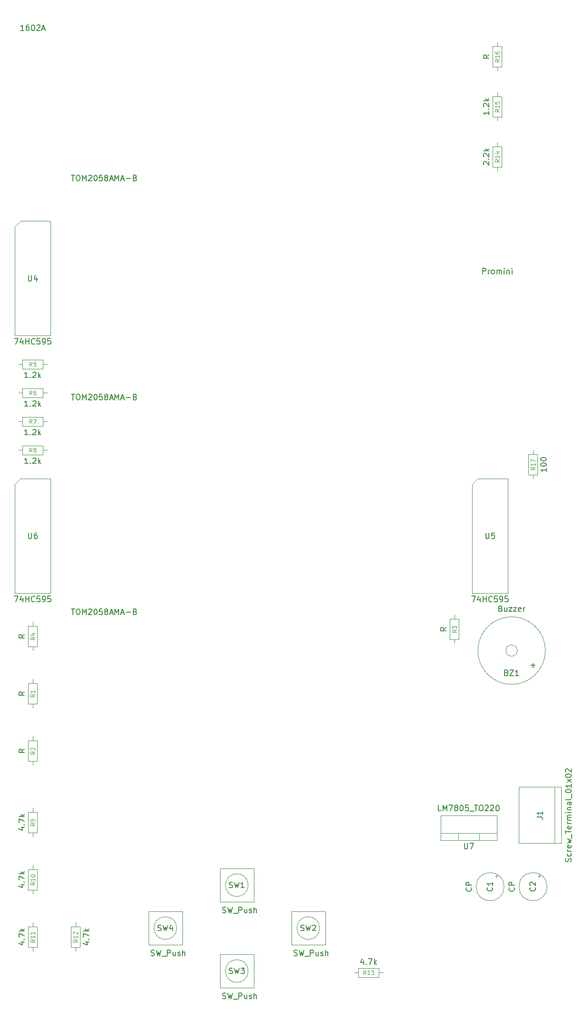
<source format=gbr>
G04 #@! TF.GenerationSoftware,KiCad,Pcbnew,5.1.5-52549c5~84~ubuntu19.10.1*
G04 #@! TF.CreationDate,2020-03-16T22:21:34+01:00*
G04 #@! TF.ProjectId,tetris-board,74657472-6973-42d6-926f-6172642e6b69,rev?*
G04 #@! TF.SameCoordinates,Original*
G04 #@! TF.FileFunction,Other,Fab,Top*
%FSLAX46Y46*%
G04 Gerber Fmt 4.6, Leading zero omitted, Abs format (unit mm)*
G04 Created by KiCad (PCBNEW 5.1.5-52549c5~84~ubuntu19.10.1) date 2020-03-16 22:21:34*
%MOMM*%
%LPD*%
G04 APERTURE LIST*
%ADD10C,0.100000*%
%ADD11C,0.150000*%
%ADD12C,0.108000*%
G04 APERTURE END LIST*
D10*
X46355000Y-100060000D02*
X47355000Y-99060000D01*
X46355000Y-119380000D02*
X46355000Y-100060000D01*
X52705000Y-119380000D02*
X46355000Y-119380000D01*
X52705000Y-99060000D02*
X52705000Y-119380000D01*
X47355000Y-99060000D02*
X52705000Y-99060000D01*
X46355000Y-145780000D02*
X47355000Y-144780000D01*
X46355000Y-165100000D02*
X46355000Y-145780000D01*
X52705000Y-165100000D02*
X46355000Y-165100000D01*
X52705000Y-144780000D02*
X52705000Y-165100000D01*
X47355000Y-144780000D02*
X52705000Y-144780000D01*
X135950000Y-199470000D02*
X135950000Y-209470000D01*
X143450000Y-199470000D02*
X135950000Y-199470000D01*
X143450000Y-209470000D02*
X143450000Y-199470000D01*
X135950000Y-209470000D02*
X143450000Y-209470000D01*
X142250000Y-209420000D02*
X142250000Y-199520000D01*
X125150000Y-208890000D02*
X125150000Y-207620000D01*
X128850000Y-208890000D02*
X128850000Y-207620000D01*
X132000000Y-207620000D02*
X122000000Y-207620000D01*
X122000000Y-208890000D02*
X132000000Y-208890000D01*
X122000000Y-204490000D02*
X122000000Y-208890000D01*
X132000000Y-204490000D02*
X122000000Y-204490000D01*
X132000000Y-208890000D02*
X132000000Y-204490000D01*
X139767500Y-215266395D02*
X139267500Y-215266395D01*
X139517500Y-215016395D02*
X139517500Y-215516395D01*
X140930000Y-217150000D02*
G75*
G03X140930000Y-217150000I-2500000J0D01*
G01*
X132147500Y-215266395D02*
X131647500Y-215266395D01*
X131897500Y-215016395D02*
X131897500Y-215516395D01*
X133310000Y-217150000D02*
G75*
G03X133310000Y-217150000I-2500000J0D01*
G01*
X100515564Y-224500000D02*
G75*
G03X100515564Y-224500000I-2015564J0D01*
G01*
X95500000Y-221500000D02*
X98500000Y-221500000D01*
X95500000Y-227500000D02*
X95500000Y-221500000D01*
X101500000Y-227500000D02*
X95500000Y-227500000D01*
X101500000Y-221500000D02*
X101500000Y-227500000D01*
X98500000Y-221500000D02*
X101500000Y-221500000D01*
X87815564Y-232120000D02*
G75*
G03X87815564Y-232120000I-2015564J0D01*
G01*
X82800000Y-229120000D02*
X85800000Y-229120000D01*
X82800000Y-235120000D02*
X82800000Y-229120000D01*
X88800000Y-235120000D02*
X82800000Y-235120000D01*
X88800000Y-229120000D02*
X88800000Y-235120000D01*
X85800000Y-229120000D02*
X88800000Y-229120000D01*
X87815564Y-216880000D02*
G75*
G03X87815564Y-216880000I-2015564J0D01*
G01*
X82800000Y-213880000D02*
X85800000Y-213880000D01*
X82800000Y-219880000D02*
X82800000Y-213880000D01*
X88800000Y-219880000D02*
X82800000Y-219880000D01*
X88800000Y-213880000D02*
X88800000Y-219880000D01*
X85800000Y-213880000D02*
X88800000Y-213880000D01*
X75115564Y-224500000D02*
G75*
G03X75115564Y-224500000I-2015564J0D01*
G01*
X70100000Y-221500000D02*
X73100000Y-221500000D01*
X70100000Y-227500000D02*
X70100000Y-221500000D01*
X76100000Y-227500000D02*
X70100000Y-227500000D01*
X76100000Y-221500000D02*
X76100000Y-227500000D01*
X73100000Y-221500000D02*
X76100000Y-221500000D01*
X138430000Y-139700000D02*
X138430000Y-140440000D01*
X138430000Y-144780000D02*
X138430000Y-144040000D01*
X137630000Y-140440000D02*
X137630000Y-144040000D01*
X139230000Y-140440000D02*
X137630000Y-140440000D01*
X139230000Y-144040000D02*
X139230000Y-140440000D01*
X137630000Y-144040000D02*
X139230000Y-144040000D01*
X132080000Y-72390000D02*
X132080000Y-71650000D01*
X132080000Y-67310000D02*
X132080000Y-68050000D01*
X132880000Y-71650000D02*
X132880000Y-68050000D01*
X131280000Y-71650000D02*
X132880000Y-71650000D01*
X131280000Y-68050000D02*
X131280000Y-71650000D01*
X132880000Y-68050000D02*
X131280000Y-68050000D01*
X132080000Y-81280000D02*
X132080000Y-80540000D01*
X132080000Y-76200000D02*
X132080000Y-76940000D01*
X132880000Y-80540000D02*
X132880000Y-76940000D01*
X131280000Y-80540000D02*
X132880000Y-80540000D01*
X131280000Y-76940000D02*
X131280000Y-80540000D01*
X132880000Y-76940000D02*
X131280000Y-76940000D01*
X132080000Y-90170000D02*
X132080000Y-89430000D01*
X132080000Y-85090000D02*
X132080000Y-85830000D01*
X132880000Y-89430000D02*
X132880000Y-85830000D01*
X131280000Y-89430000D02*
X132880000Y-89430000D01*
X131280000Y-85830000D02*
X131280000Y-89430000D01*
X132880000Y-85830000D02*
X131280000Y-85830000D01*
X106680000Y-232410000D02*
X107420000Y-232410000D01*
X111760000Y-232410000D02*
X111020000Y-232410000D01*
X107420000Y-233210000D02*
X111020000Y-233210000D01*
X107420000Y-231610000D02*
X107420000Y-233210000D01*
X111020000Y-231610000D02*
X107420000Y-231610000D01*
X111020000Y-233210000D02*
X111020000Y-231610000D01*
X57150000Y-223520000D02*
X57150000Y-224260000D01*
X57150000Y-228600000D02*
X57150000Y-227860000D01*
X56350000Y-224260000D02*
X56350000Y-227860000D01*
X57950000Y-224260000D02*
X56350000Y-224260000D01*
X57950000Y-227860000D02*
X57950000Y-224260000D01*
X56350000Y-227860000D02*
X57950000Y-227860000D01*
X49530000Y-228600000D02*
X49530000Y-227860000D01*
X49530000Y-223520000D02*
X49530000Y-224260000D01*
X50330000Y-227860000D02*
X50330000Y-224260000D01*
X48730000Y-227860000D02*
X50330000Y-227860000D01*
X48730000Y-224260000D02*
X48730000Y-227860000D01*
X50330000Y-224260000D02*
X48730000Y-224260000D01*
X49530000Y-218440000D02*
X49530000Y-217700000D01*
X49530000Y-213360000D02*
X49530000Y-214100000D01*
X50330000Y-217700000D02*
X50330000Y-214100000D01*
X48730000Y-217700000D02*
X50330000Y-217700000D01*
X48730000Y-214100000D02*
X48730000Y-217700000D01*
X50330000Y-214100000D02*
X48730000Y-214100000D01*
X49530000Y-208280000D02*
X49530000Y-207540000D01*
X49530000Y-203200000D02*
X49530000Y-203940000D01*
X50330000Y-207540000D02*
X50330000Y-203940000D01*
X48730000Y-207540000D02*
X50330000Y-207540000D01*
X48730000Y-203940000D02*
X48730000Y-207540000D01*
X50330000Y-203940000D02*
X48730000Y-203940000D01*
X135630000Y-175260000D02*
G75*
G03X135630000Y-175260000I-1000000J0D01*
G01*
X140630000Y-175260000D02*
G75*
G03X140630000Y-175260000I-6000000J0D01*
G01*
X52070000Y-139700000D02*
X51330000Y-139700000D01*
X46990000Y-139700000D02*
X47730000Y-139700000D01*
X51330000Y-138900000D02*
X47730000Y-138900000D01*
X51330000Y-140500000D02*
X51330000Y-138900000D01*
X47730000Y-140500000D02*
X51330000Y-140500000D01*
X47730000Y-138900000D02*
X47730000Y-140500000D01*
X52070000Y-134620000D02*
X51330000Y-134620000D01*
X46990000Y-134620000D02*
X47730000Y-134620000D01*
X51330000Y-133820000D02*
X47730000Y-133820000D01*
X51330000Y-135420000D02*
X51330000Y-133820000D01*
X47730000Y-135420000D02*
X51330000Y-135420000D01*
X47730000Y-133820000D02*
X47730000Y-135420000D01*
X52070000Y-129540000D02*
X51330000Y-129540000D01*
X46990000Y-129540000D02*
X47730000Y-129540000D01*
X51330000Y-128740000D02*
X47730000Y-128740000D01*
X51330000Y-130340000D02*
X51330000Y-128740000D01*
X47730000Y-130340000D02*
X51330000Y-130340000D01*
X47730000Y-128740000D02*
X47730000Y-130340000D01*
X52070000Y-124460000D02*
X51330000Y-124460000D01*
X46990000Y-124460000D02*
X47730000Y-124460000D01*
X51330000Y-123660000D02*
X47730000Y-123660000D01*
X51330000Y-125260000D02*
X51330000Y-123660000D01*
X47730000Y-125260000D02*
X51330000Y-125260000D01*
X47730000Y-123660000D02*
X47730000Y-125260000D01*
X49530000Y-175260000D02*
X49530000Y-174520000D01*
X49530000Y-170180000D02*
X49530000Y-170920000D01*
X50330000Y-174520000D02*
X50330000Y-170920000D01*
X48730000Y-174520000D02*
X50330000Y-174520000D01*
X48730000Y-170920000D02*
X48730000Y-174520000D01*
X50330000Y-170920000D02*
X48730000Y-170920000D01*
X124460000Y-173990000D02*
X124460000Y-173250000D01*
X124460000Y-168910000D02*
X124460000Y-169650000D01*
X125260000Y-173250000D02*
X125260000Y-169650000D01*
X123660000Y-173250000D02*
X125260000Y-173250000D01*
X123660000Y-169650000D02*
X123660000Y-173250000D01*
X125260000Y-169650000D02*
X123660000Y-169650000D01*
X49530000Y-195580000D02*
X49530000Y-194840000D01*
X49530000Y-190500000D02*
X49530000Y-191240000D01*
X50330000Y-194840000D02*
X50330000Y-191240000D01*
X48730000Y-194840000D02*
X50330000Y-194840000D01*
X48730000Y-191240000D02*
X48730000Y-194840000D01*
X50330000Y-191240000D02*
X48730000Y-191240000D01*
X49530000Y-185420000D02*
X49530000Y-184680000D01*
X49530000Y-180340000D02*
X49530000Y-181080000D01*
X50330000Y-184680000D02*
X50330000Y-181080000D01*
X48730000Y-184680000D02*
X50330000Y-184680000D01*
X48730000Y-181080000D02*
X48730000Y-184680000D01*
X50330000Y-181080000D02*
X48730000Y-181080000D01*
X127635000Y-145780000D02*
X128635000Y-144780000D01*
X127635000Y-165100000D02*
X127635000Y-145780000D01*
X133985000Y-165100000D02*
X127635000Y-165100000D01*
X133985000Y-144780000D02*
X133985000Y-165100000D01*
X128635000Y-144780000D02*
X133985000Y-144780000D01*
D11*
X47958571Y-65222380D02*
X47387142Y-65222380D01*
X47672857Y-65222380D02*
X47672857Y-64222380D01*
X47577619Y-64365238D01*
X47482380Y-64460476D01*
X47387142Y-64508095D01*
X48815714Y-64222380D02*
X48625238Y-64222380D01*
X48530000Y-64270000D01*
X48482380Y-64317619D01*
X48387142Y-64460476D01*
X48339523Y-64650952D01*
X48339523Y-65031904D01*
X48387142Y-65127142D01*
X48434761Y-65174761D01*
X48530000Y-65222380D01*
X48720476Y-65222380D01*
X48815714Y-65174761D01*
X48863333Y-65127142D01*
X48910952Y-65031904D01*
X48910952Y-64793809D01*
X48863333Y-64698571D01*
X48815714Y-64650952D01*
X48720476Y-64603333D01*
X48530000Y-64603333D01*
X48434761Y-64650952D01*
X48387142Y-64698571D01*
X48339523Y-64793809D01*
X49530000Y-64222380D02*
X49625238Y-64222380D01*
X49720476Y-64270000D01*
X49768095Y-64317619D01*
X49815714Y-64412857D01*
X49863333Y-64603333D01*
X49863333Y-64841428D01*
X49815714Y-65031904D01*
X49768095Y-65127142D01*
X49720476Y-65174761D01*
X49625238Y-65222380D01*
X49530000Y-65222380D01*
X49434761Y-65174761D01*
X49387142Y-65127142D01*
X49339523Y-65031904D01*
X49291904Y-64841428D01*
X49291904Y-64603333D01*
X49339523Y-64412857D01*
X49387142Y-64317619D01*
X49434761Y-64270000D01*
X49530000Y-64222380D01*
X50244285Y-64317619D02*
X50291904Y-64270000D01*
X50387142Y-64222380D01*
X50625238Y-64222380D01*
X50720476Y-64270000D01*
X50768095Y-64317619D01*
X50815714Y-64412857D01*
X50815714Y-64508095D01*
X50768095Y-64650952D01*
X50196666Y-65222380D01*
X50815714Y-65222380D01*
X51196666Y-64936666D02*
X51672857Y-64936666D01*
X51101428Y-65222380D02*
X51434761Y-64222380D01*
X51768095Y-65222380D01*
X129460952Y-108402380D02*
X129460952Y-107402380D01*
X129841904Y-107402380D01*
X129937142Y-107450000D01*
X129984761Y-107497619D01*
X130032380Y-107592857D01*
X130032380Y-107735714D01*
X129984761Y-107830952D01*
X129937142Y-107878571D01*
X129841904Y-107926190D01*
X129460952Y-107926190D01*
X130460952Y-108402380D02*
X130460952Y-107735714D01*
X130460952Y-107926190D02*
X130508571Y-107830952D01*
X130556190Y-107783333D01*
X130651428Y-107735714D01*
X130746666Y-107735714D01*
X131222857Y-108402380D02*
X131127619Y-108354761D01*
X131080000Y-108307142D01*
X131032380Y-108211904D01*
X131032380Y-107926190D01*
X131080000Y-107830952D01*
X131127619Y-107783333D01*
X131222857Y-107735714D01*
X131365714Y-107735714D01*
X131460952Y-107783333D01*
X131508571Y-107830952D01*
X131556190Y-107926190D01*
X131556190Y-108211904D01*
X131508571Y-108307142D01*
X131460952Y-108354761D01*
X131365714Y-108402380D01*
X131222857Y-108402380D01*
X131984761Y-108402380D02*
X131984761Y-107735714D01*
X131984761Y-107830952D02*
X132032380Y-107783333D01*
X132127619Y-107735714D01*
X132270476Y-107735714D01*
X132365714Y-107783333D01*
X132413333Y-107878571D01*
X132413333Y-108402380D01*
X132413333Y-107878571D02*
X132460952Y-107783333D01*
X132556190Y-107735714D01*
X132699047Y-107735714D01*
X132794285Y-107783333D01*
X132841904Y-107878571D01*
X132841904Y-108402380D01*
X133318095Y-108402380D02*
X133318095Y-107735714D01*
X133318095Y-107402380D02*
X133270476Y-107450000D01*
X133318095Y-107497619D01*
X133365714Y-107450000D01*
X133318095Y-107402380D01*
X133318095Y-107497619D01*
X133794285Y-107735714D02*
X133794285Y-108402380D01*
X133794285Y-107830952D02*
X133841904Y-107783333D01*
X133937142Y-107735714D01*
X134080000Y-107735714D01*
X134175238Y-107783333D01*
X134222857Y-107878571D01*
X134222857Y-108402380D01*
X134699047Y-108402380D02*
X134699047Y-107735714D01*
X134699047Y-107402380D02*
X134651428Y-107450000D01*
X134699047Y-107497619D01*
X134746666Y-107450000D01*
X134699047Y-107402380D01*
X134699047Y-107497619D01*
X56396666Y-167862380D02*
X56968095Y-167862380D01*
X56682380Y-168862380D02*
X56682380Y-167862380D01*
X57491904Y-167862380D02*
X57682380Y-167862380D01*
X57777619Y-167910000D01*
X57872857Y-168005238D01*
X57920476Y-168195714D01*
X57920476Y-168529047D01*
X57872857Y-168719523D01*
X57777619Y-168814761D01*
X57682380Y-168862380D01*
X57491904Y-168862380D01*
X57396666Y-168814761D01*
X57301428Y-168719523D01*
X57253809Y-168529047D01*
X57253809Y-168195714D01*
X57301428Y-168005238D01*
X57396666Y-167910000D01*
X57491904Y-167862380D01*
X58349047Y-168862380D02*
X58349047Y-167862380D01*
X58682380Y-168576666D01*
X59015714Y-167862380D01*
X59015714Y-168862380D01*
X59444285Y-167957619D02*
X59491904Y-167910000D01*
X59587142Y-167862380D01*
X59825238Y-167862380D01*
X59920476Y-167910000D01*
X59968095Y-167957619D01*
X60015714Y-168052857D01*
X60015714Y-168148095D01*
X59968095Y-168290952D01*
X59396666Y-168862380D01*
X60015714Y-168862380D01*
X60634761Y-167862380D02*
X60729999Y-167862380D01*
X60825238Y-167910000D01*
X60872857Y-167957619D01*
X60920476Y-168052857D01*
X60968095Y-168243333D01*
X60968095Y-168481428D01*
X60920476Y-168671904D01*
X60872857Y-168767142D01*
X60825238Y-168814761D01*
X60729999Y-168862380D01*
X60634761Y-168862380D01*
X60539523Y-168814761D01*
X60491904Y-168767142D01*
X60444285Y-168671904D01*
X60396666Y-168481428D01*
X60396666Y-168243333D01*
X60444285Y-168052857D01*
X60491904Y-167957619D01*
X60539523Y-167910000D01*
X60634761Y-167862380D01*
X61872857Y-167862380D02*
X61396666Y-167862380D01*
X61349047Y-168338571D01*
X61396666Y-168290952D01*
X61491904Y-168243333D01*
X61729999Y-168243333D01*
X61825238Y-168290952D01*
X61872857Y-168338571D01*
X61920476Y-168433809D01*
X61920476Y-168671904D01*
X61872857Y-168767142D01*
X61825238Y-168814761D01*
X61729999Y-168862380D01*
X61491904Y-168862380D01*
X61396666Y-168814761D01*
X61349047Y-168767142D01*
X62491904Y-168290952D02*
X62396666Y-168243333D01*
X62349047Y-168195714D01*
X62301428Y-168100476D01*
X62301428Y-168052857D01*
X62349047Y-167957619D01*
X62396666Y-167910000D01*
X62491904Y-167862380D01*
X62682380Y-167862380D01*
X62777619Y-167910000D01*
X62825238Y-167957619D01*
X62872857Y-168052857D01*
X62872857Y-168100476D01*
X62825238Y-168195714D01*
X62777619Y-168243333D01*
X62682380Y-168290952D01*
X62491904Y-168290952D01*
X62396666Y-168338571D01*
X62349047Y-168386190D01*
X62301428Y-168481428D01*
X62301428Y-168671904D01*
X62349047Y-168767142D01*
X62396666Y-168814761D01*
X62491904Y-168862380D01*
X62682380Y-168862380D01*
X62777619Y-168814761D01*
X62825238Y-168767142D01*
X62872857Y-168671904D01*
X62872857Y-168481428D01*
X62825238Y-168386190D01*
X62777619Y-168338571D01*
X62682380Y-168290952D01*
X63253809Y-168576666D02*
X63729999Y-168576666D01*
X63158571Y-168862380D02*
X63491904Y-167862380D01*
X63825238Y-168862380D01*
X64158571Y-168862380D02*
X64158571Y-167862380D01*
X64491904Y-168576666D01*
X64825238Y-167862380D01*
X64825238Y-168862380D01*
X65253809Y-168576666D02*
X65729999Y-168576666D01*
X65158571Y-168862380D02*
X65491904Y-167862380D01*
X65825238Y-168862380D01*
X66158571Y-168481428D02*
X66920476Y-168481428D01*
X67730000Y-168338571D02*
X67872857Y-168386190D01*
X67920476Y-168433809D01*
X67968095Y-168529047D01*
X67968095Y-168671904D01*
X67920476Y-168767142D01*
X67872857Y-168814761D01*
X67777619Y-168862380D01*
X67396666Y-168862380D01*
X67396666Y-167862380D01*
X67730000Y-167862380D01*
X67825238Y-167910000D01*
X67872857Y-167957619D01*
X67920476Y-168052857D01*
X67920476Y-168148095D01*
X67872857Y-168243333D01*
X67825238Y-168290952D01*
X67730000Y-168338571D01*
X67396666Y-168338571D01*
X56396666Y-129762380D02*
X56968095Y-129762380D01*
X56682380Y-130762380D02*
X56682380Y-129762380D01*
X57491904Y-129762380D02*
X57682380Y-129762380D01*
X57777619Y-129810000D01*
X57872857Y-129905238D01*
X57920476Y-130095714D01*
X57920476Y-130429047D01*
X57872857Y-130619523D01*
X57777619Y-130714761D01*
X57682380Y-130762380D01*
X57491904Y-130762380D01*
X57396666Y-130714761D01*
X57301428Y-130619523D01*
X57253809Y-130429047D01*
X57253809Y-130095714D01*
X57301428Y-129905238D01*
X57396666Y-129810000D01*
X57491904Y-129762380D01*
X58349047Y-130762380D02*
X58349047Y-129762380D01*
X58682380Y-130476666D01*
X59015714Y-129762380D01*
X59015714Y-130762380D01*
X59444285Y-129857619D02*
X59491904Y-129810000D01*
X59587142Y-129762380D01*
X59825238Y-129762380D01*
X59920476Y-129810000D01*
X59968095Y-129857619D01*
X60015714Y-129952857D01*
X60015714Y-130048095D01*
X59968095Y-130190952D01*
X59396666Y-130762380D01*
X60015714Y-130762380D01*
X60634761Y-129762380D02*
X60729999Y-129762380D01*
X60825238Y-129810000D01*
X60872857Y-129857619D01*
X60920476Y-129952857D01*
X60968095Y-130143333D01*
X60968095Y-130381428D01*
X60920476Y-130571904D01*
X60872857Y-130667142D01*
X60825238Y-130714761D01*
X60729999Y-130762380D01*
X60634761Y-130762380D01*
X60539523Y-130714761D01*
X60491904Y-130667142D01*
X60444285Y-130571904D01*
X60396666Y-130381428D01*
X60396666Y-130143333D01*
X60444285Y-129952857D01*
X60491904Y-129857619D01*
X60539523Y-129810000D01*
X60634761Y-129762380D01*
X61872857Y-129762380D02*
X61396666Y-129762380D01*
X61349047Y-130238571D01*
X61396666Y-130190952D01*
X61491904Y-130143333D01*
X61729999Y-130143333D01*
X61825238Y-130190952D01*
X61872857Y-130238571D01*
X61920476Y-130333809D01*
X61920476Y-130571904D01*
X61872857Y-130667142D01*
X61825238Y-130714761D01*
X61729999Y-130762380D01*
X61491904Y-130762380D01*
X61396666Y-130714761D01*
X61349047Y-130667142D01*
X62491904Y-130190952D02*
X62396666Y-130143333D01*
X62349047Y-130095714D01*
X62301428Y-130000476D01*
X62301428Y-129952857D01*
X62349047Y-129857619D01*
X62396666Y-129810000D01*
X62491904Y-129762380D01*
X62682380Y-129762380D01*
X62777619Y-129810000D01*
X62825238Y-129857619D01*
X62872857Y-129952857D01*
X62872857Y-130000476D01*
X62825238Y-130095714D01*
X62777619Y-130143333D01*
X62682380Y-130190952D01*
X62491904Y-130190952D01*
X62396666Y-130238571D01*
X62349047Y-130286190D01*
X62301428Y-130381428D01*
X62301428Y-130571904D01*
X62349047Y-130667142D01*
X62396666Y-130714761D01*
X62491904Y-130762380D01*
X62682380Y-130762380D01*
X62777619Y-130714761D01*
X62825238Y-130667142D01*
X62872857Y-130571904D01*
X62872857Y-130381428D01*
X62825238Y-130286190D01*
X62777619Y-130238571D01*
X62682380Y-130190952D01*
X63253809Y-130476666D02*
X63729999Y-130476666D01*
X63158571Y-130762380D02*
X63491904Y-129762380D01*
X63825238Y-130762380D01*
X64158571Y-130762380D02*
X64158571Y-129762380D01*
X64491904Y-130476666D01*
X64825238Y-129762380D01*
X64825238Y-130762380D01*
X65253809Y-130476666D02*
X65729999Y-130476666D01*
X65158571Y-130762380D02*
X65491904Y-129762380D01*
X65825238Y-130762380D01*
X66158571Y-130381428D02*
X66920476Y-130381428D01*
X67730000Y-130238571D02*
X67872857Y-130286190D01*
X67920476Y-130333809D01*
X67968095Y-130429047D01*
X67968095Y-130571904D01*
X67920476Y-130667142D01*
X67872857Y-130714761D01*
X67777619Y-130762380D01*
X67396666Y-130762380D01*
X67396666Y-129762380D01*
X67730000Y-129762380D01*
X67825238Y-129810000D01*
X67872857Y-129857619D01*
X67920476Y-129952857D01*
X67920476Y-130048095D01*
X67872857Y-130143333D01*
X67825238Y-130190952D01*
X67730000Y-130238571D01*
X67396666Y-130238571D01*
X46268095Y-119892380D02*
X46934761Y-119892380D01*
X46506190Y-120892380D01*
X47744285Y-120225714D02*
X47744285Y-120892380D01*
X47506190Y-119844761D02*
X47268095Y-120559047D01*
X47887142Y-120559047D01*
X48268095Y-120892380D02*
X48268095Y-119892380D01*
X48268095Y-120368571D02*
X48839523Y-120368571D01*
X48839523Y-120892380D02*
X48839523Y-119892380D01*
X49887142Y-120797142D02*
X49839523Y-120844761D01*
X49696666Y-120892380D01*
X49601428Y-120892380D01*
X49458571Y-120844761D01*
X49363333Y-120749523D01*
X49315714Y-120654285D01*
X49268095Y-120463809D01*
X49268095Y-120320952D01*
X49315714Y-120130476D01*
X49363333Y-120035238D01*
X49458571Y-119940000D01*
X49601428Y-119892380D01*
X49696666Y-119892380D01*
X49839523Y-119940000D01*
X49887142Y-119987619D01*
X50791904Y-119892380D02*
X50315714Y-119892380D01*
X50268095Y-120368571D01*
X50315714Y-120320952D01*
X50410952Y-120273333D01*
X50649047Y-120273333D01*
X50744285Y-120320952D01*
X50791904Y-120368571D01*
X50839523Y-120463809D01*
X50839523Y-120701904D01*
X50791904Y-120797142D01*
X50744285Y-120844761D01*
X50649047Y-120892380D01*
X50410952Y-120892380D01*
X50315714Y-120844761D01*
X50268095Y-120797142D01*
X51315714Y-120892380D02*
X51506190Y-120892380D01*
X51601428Y-120844761D01*
X51649047Y-120797142D01*
X51744285Y-120654285D01*
X51791904Y-120463809D01*
X51791904Y-120082857D01*
X51744285Y-119987619D01*
X51696666Y-119940000D01*
X51601428Y-119892380D01*
X51410952Y-119892380D01*
X51315714Y-119940000D01*
X51268095Y-119987619D01*
X51220476Y-120082857D01*
X51220476Y-120320952D01*
X51268095Y-120416190D01*
X51315714Y-120463809D01*
X51410952Y-120511428D01*
X51601428Y-120511428D01*
X51696666Y-120463809D01*
X51744285Y-120416190D01*
X51791904Y-120320952D01*
X52696666Y-119892380D02*
X52220476Y-119892380D01*
X52172857Y-120368571D01*
X52220476Y-120320952D01*
X52315714Y-120273333D01*
X52553809Y-120273333D01*
X52649047Y-120320952D01*
X52696666Y-120368571D01*
X52744285Y-120463809D01*
X52744285Y-120701904D01*
X52696666Y-120797142D01*
X52649047Y-120844761D01*
X52553809Y-120892380D01*
X52315714Y-120892380D01*
X52220476Y-120844761D01*
X52172857Y-120797142D01*
X48768095Y-108672380D02*
X48768095Y-109481904D01*
X48815714Y-109577142D01*
X48863333Y-109624761D01*
X48958571Y-109672380D01*
X49149047Y-109672380D01*
X49244285Y-109624761D01*
X49291904Y-109577142D01*
X49339523Y-109481904D01*
X49339523Y-108672380D01*
X50244285Y-109005714D02*
X50244285Y-109672380D01*
X50006190Y-108624761D02*
X49768095Y-109339047D01*
X50387142Y-109339047D01*
X56396666Y-90892380D02*
X56968095Y-90892380D01*
X56682380Y-91892380D02*
X56682380Y-90892380D01*
X57491904Y-90892380D02*
X57682380Y-90892380D01*
X57777619Y-90940000D01*
X57872857Y-91035238D01*
X57920476Y-91225714D01*
X57920476Y-91559047D01*
X57872857Y-91749523D01*
X57777619Y-91844761D01*
X57682380Y-91892380D01*
X57491904Y-91892380D01*
X57396666Y-91844761D01*
X57301428Y-91749523D01*
X57253809Y-91559047D01*
X57253809Y-91225714D01*
X57301428Y-91035238D01*
X57396666Y-90940000D01*
X57491904Y-90892380D01*
X58349047Y-91892380D02*
X58349047Y-90892380D01*
X58682380Y-91606666D01*
X59015714Y-90892380D01*
X59015714Y-91892380D01*
X59444285Y-90987619D02*
X59491904Y-90940000D01*
X59587142Y-90892380D01*
X59825238Y-90892380D01*
X59920476Y-90940000D01*
X59968095Y-90987619D01*
X60015714Y-91082857D01*
X60015714Y-91178095D01*
X59968095Y-91320952D01*
X59396666Y-91892380D01*
X60015714Y-91892380D01*
X60634761Y-90892380D02*
X60729999Y-90892380D01*
X60825238Y-90940000D01*
X60872857Y-90987619D01*
X60920476Y-91082857D01*
X60968095Y-91273333D01*
X60968095Y-91511428D01*
X60920476Y-91701904D01*
X60872857Y-91797142D01*
X60825238Y-91844761D01*
X60729999Y-91892380D01*
X60634761Y-91892380D01*
X60539523Y-91844761D01*
X60491904Y-91797142D01*
X60444285Y-91701904D01*
X60396666Y-91511428D01*
X60396666Y-91273333D01*
X60444285Y-91082857D01*
X60491904Y-90987619D01*
X60539523Y-90940000D01*
X60634761Y-90892380D01*
X61872857Y-90892380D02*
X61396666Y-90892380D01*
X61349047Y-91368571D01*
X61396666Y-91320952D01*
X61491904Y-91273333D01*
X61729999Y-91273333D01*
X61825238Y-91320952D01*
X61872857Y-91368571D01*
X61920476Y-91463809D01*
X61920476Y-91701904D01*
X61872857Y-91797142D01*
X61825238Y-91844761D01*
X61729999Y-91892380D01*
X61491904Y-91892380D01*
X61396666Y-91844761D01*
X61349047Y-91797142D01*
X62491904Y-91320952D02*
X62396666Y-91273333D01*
X62349047Y-91225714D01*
X62301428Y-91130476D01*
X62301428Y-91082857D01*
X62349047Y-90987619D01*
X62396666Y-90940000D01*
X62491904Y-90892380D01*
X62682380Y-90892380D01*
X62777619Y-90940000D01*
X62825238Y-90987619D01*
X62872857Y-91082857D01*
X62872857Y-91130476D01*
X62825238Y-91225714D01*
X62777619Y-91273333D01*
X62682380Y-91320952D01*
X62491904Y-91320952D01*
X62396666Y-91368571D01*
X62349047Y-91416190D01*
X62301428Y-91511428D01*
X62301428Y-91701904D01*
X62349047Y-91797142D01*
X62396666Y-91844761D01*
X62491904Y-91892380D01*
X62682380Y-91892380D01*
X62777619Y-91844761D01*
X62825238Y-91797142D01*
X62872857Y-91701904D01*
X62872857Y-91511428D01*
X62825238Y-91416190D01*
X62777619Y-91368571D01*
X62682380Y-91320952D01*
X63253809Y-91606666D02*
X63729999Y-91606666D01*
X63158571Y-91892380D02*
X63491904Y-90892380D01*
X63825238Y-91892380D01*
X64158571Y-91892380D02*
X64158571Y-90892380D01*
X64491904Y-91606666D01*
X64825238Y-90892380D01*
X64825238Y-91892380D01*
X65253809Y-91606666D02*
X65729999Y-91606666D01*
X65158571Y-91892380D02*
X65491904Y-90892380D01*
X65825238Y-91892380D01*
X66158571Y-91511428D02*
X66920476Y-91511428D01*
X67730000Y-91368571D02*
X67872857Y-91416190D01*
X67920476Y-91463809D01*
X67968095Y-91559047D01*
X67968095Y-91701904D01*
X67920476Y-91797142D01*
X67872857Y-91844761D01*
X67777619Y-91892380D01*
X67396666Y-91892380D01*
X67396666Y-90892380D01*
X67730000Y-90892380D01*
X67825238Y-90940000D01*
X67872857Y-90987619D01*
X67920476Y-91082857D01*
X67920476Y-91178095D01*
X67872857Y-91273333D01*
X67825238Y-91320952D01*
X67730000Y-91368571D01*
X67396666Y-91368571D01*
X46268095Y-165612380D02*
X46934761Y-165612380D01*
X46506190Y-166612380D01*
X47744285Y-165945714D02*
X47744285Y-166612380D01*
X47506190Y-165564761D02*
X47268095Y-166279047D01*
X47887142Y-166279047D01*
X48268095Y-166612380D02*
X48268095Y-165612380D01*
X48268095Y-166088571D02*
X48839523Y-166088571D01*
X48839523Y-166612380D02*
X48839523Y-165612380D01*
X49887142Y-166517142D02*
X49839523Y-166564761D01*
X49696666Y-166612380D01*
X49601428Y-166612380D01*
X49458571Y-166564761D01*
X49363333Y-166469523D01*
X49315714Y-166374285D01*
X49268095Y-166183809D01*
X49268095Y-166040952D01*
X49315714Y-165850476D01*
X49363333Y-165755238D01*
X49458571Y-165660000D01*
X49601428Y-165612380D01*
X49696666Y-165612380D01*
X49839523Y-165660000D01*
X49887142Y-165707619D01*
X50791904Y-165612380D02*
X50315714Y-165612380D01*
X50268095Y-166088571D01*
X50315714Y-166040952D01*
X50410952Y-165993333D01*
X50649047Y-165993333D01*
X50744285Y-166040952D01*
X50791904Y-166088571D01*
X50839523Y-166183809D01*
X50839523Y-166421904D01*
X50791904Y-166517142D01*
X50744285Y-166564761D01*
X50649047Y-166612380D01*
X50410952Y-166612380D01*
X50315714Y-166564761D01*
X50268095Y-166517142D01*
X51315714Y-166612380D02*
X51506190Y-166612380D01*
X51601428Y-166564761D01*
X51649047Y-166517142D01*
X51744285Y-166374285D01*
X51791904Y-166183809D01*
X51791904Y-165802857D01*
X51744285Y-165707619D01*
X51696666Y-165660000D01*
X51601428Y-165612380D01*
X51410952Y-165612380D01*
X51315714Y-165660000D01*
X51268095Y-165707619D01*
X51220476Y-165802857D01*
X51220476Y-166040952D01*
X51268095Y-166136190D01*
X51315714Y-166183809D01*
X51410952Y-166231428D01*
X51601428Y-166231428D01*
X51696666Y-166183809D01*
X51744285Y-166136190D01*
X51791904Y-166040952D01*
X52696666Y-165612380D02*
X52220476Y-165612380D01*
X52172857Y-166088571D01*
X52220476Y-166040952D01*
X52315714Y-165993333D01*
X52553809Y-165993333D01*
X52649047Y-166040952D01*
X52696666Y-166088571D01*
X52744285Y-166183809D01*
X52744285Y-166421904D01*
X52696666Y-166517142D01*
X52649047Y-166564761D01*
X52553809Y-166612380D01*
X52315714Y-166612380D01*
X52220476Y-166564761D01*
X52172857Y-166517142D01*
X48768095Y-154392380D02*
X48768095Y-155201904D01*
X48815714Y-155297142D01*
X48863333Y-155344761D01*
X48958571Y-155392380D01*
X49149047Y-155392380D01*
X49244285Y-155344761D01*
X49291904Y-155297142D01*
X49339523Y-155201904D01*
X49339523Y-154392380D01*
X50244285Y-154392380D02*
X50053809Y-154392380D01*
X49958571Y-154440000D01*
X49910952Y-154487619D01*
X49815714Y-154630476D01*
X49768095Y-154820952D01*
X49768095Y-155201904D01*
X49815714Y-155297142D01*
X49863333Y-155344761D01*
X49958571Y-155392380D01*
X50149047Y-155392380D01*
X50244285Y-155344761D01*
X50291904Y-155297142D01*
X50339523Y-155201904D01*
X50339523Y-154963809D01*
X50291904Y-154868571D01*
X50244285Y-154820952D01*
X50149047Y-154773333D01*
X49958571Y-154773333D01*
X49863333Y-154820952D01*
X49815714Y-154868571D01*
X49768095Y-154963809D01*
X145184761Y-212708095D02*
X145232380Y-212565238D01*
X145232380Y-212327142D01*
X145184761Y-212231904D01*
X145137142Y-212184285D01*
X145041904Y-212136666D01*
X144946666Y-212136666D01*
X144851428Y-212184285D01*
X144803809Y-212231904D01*
X144756190Y-212327142D01*
X144708571Y-212517619D01*
X144660952Y-212612857D01*
X144613333Y-212660476D01*
X144518095Y-212708095D01*
X144422857Y-212708095D01*
X144327619Y-212660476D01*
X144280000Y-212612857D01*
X144232380Y-212517619D01*
X144232380Y-212279523D01*
X144280000Y-212136666D01*
X145184761Y-211279523D02*
X145232380Y-211374761D01*
X145232380Y-211565238D01*
X145184761Y-211660476D01*
X145137142Y-211708095D01*
X145041904Y-211755714D01*
X144756190Y-211755714D01*
X144660952Y-211708095D01*
X144613333Y-211660476D01*
X144565714Y-211565238D01*
X144565714Y-211374761D01*
X144613333Y-211279523D01*
X145232380Y-210850952D02*
X144565714Y-210850952D01*
X144756190Y-210850952D02*
X144660952Y-210803333D01*
X144613333Y-210755714D01*
X144565714Y-210660476D01*
X144565714Y-210565238D01*
X145184761Y-209850952D02*
X145232380Y-209946190D01*
X145232380Y-210136666D01*
X145184761Y-210231904D01*
X145089523Y-210279523D01*
X144708571Y-210279523D01*
X144613333Y-210231904D01*
X144565714Y-210136666D01*
X144565714Y-209946190D01*
X144613333Y-209850952D01*
X144708571Y-209803333D01*
X144803809Y-209803333D01*
X144899047Y-210279523D01*
X144565714Y-209470000D02*
X145232380Y-209279523D01*
X144756190Y-209089047D01*
X145232380Y-208898571D01*
X144565714Y-208708095D01*
X145327619Y-208565238D02*
X145327619Y-207803333D01*
X144232380Y-207708095D02*
X144232380Y-207136666D01*
X145232380Y-207422380D02*
X144232380Y-207422380D01*
X145184761Y-206422380D02*
X145232380Y-206517619D01*
X145232380Y-206708095D01*
X145184761Y-206803333D01*
X145089523Y-206850952D01*
X144708571Y-206850952D01*
X144613333Y-206803333D01*
X144565714Y-206708095D01*
X144565714Y-206517619D01*
X144613333Y-206422380D01*
X144708571Y-206374761D01*
X144803809Y-206374761D01*
X144899047Y-206850952D01*
X145232380Y-205946190D02*
X144565714Y-205946190D01*
X144756190Y-205946190D02*
X144660952Y-205898571D01*
X144613333Y-205850952D01*
X144565714Y-205755714D01*
X144565714Y-205660476D01*
X145232380Y-205327142D02*
X144565714Y-205327142D01*
X144660952Y-205327142D02*
X144613333Y-205279523D01*
X144565714Y-205184285D01*
X144565714Y-205041428D01*
X144613333Y-204946190D01*
X144708571Y-204898571D01*
X145232380Y-204898571D01*
X144708571Y-204898571D02*
X144613333Y-204850952D01*
X144565714Y-204755714D01*
X144565714Y-204612857D01*
X144613333Y-204517619D01*
X144708571Y-204470000D01*
X145232380Y-204470000D01*
X145232380Y-203993809D02*
X144565714Y-203993809D01*
X144232380Y-203993809D02*
X144280000Y-204041428D01*
X144327619Y-203993809D01*
X144280000Y-203946190D01*
X144232380Y-203993809D01*
X144327619Y-203993809D01*
X144565714Y-203517619D02*
X145232380Y-203517619D01*
X144660952Y-203517619D02*
X144613333Y-203470000D01*
X144565714Y-203374761D01*
X144565714Y-203231904D01*
X144613333Y-203136666D01*
X144708571Y-203089047D01*
X145232380Y-203089047D01*
X145232380Y-202184285D02*
X144708571Y-202184285D01*
X144613333Y-202231904D01*
X144565714Y-202327142D01*
X144565714Y-202517619D01*
X144613333Y-202612857D01*
X145184761Y-202184285D02*
X145232380Y-202279523D01*
X145232380Y-202517619D01*
X145184761Y-202612857D01*
X145089523Y-202660476D01*
X144994285Y-202660476D01*
X144899047Y-202612857D01*
X144851428Y-202517619D01*
X144851428Y-202279523D01*
X144803809Y-202184285D01*
X145232380Y-201565238D02*
X145184761Y-201660476D01*
X145089523Y-201708095D01*
X144232380Y-201708095D01*
X145327619Y-201422380D02*
X145327619Y-200660476D01*
X144232380Y-200231904D02*
X144232380Y-200136666D01*
X144280000Y-200041428D01*
X144327619Y-199993809D01*
X144422857Y-199946190D01*
X144613333Y-199898571D01*
X144851428Y-199898571D01*
X145041904Y-199946190D01*
X145137142Y-199993809D01*
X145184761Y-200041428D01*
X145232380Y-200136666D01*
X145232380Y-200231904D01*
X145184761Y-200327142D01*
X145137142Y-200374761D01*
X145041904Y-200422380D01*
X144851428Y-200470000D01*
X144613333Y-200470000D01*
X144422857Y-200422380D01*
X144327619Y-200374761D01*
X144280000Y-200327142D01*
X144232380Y-200231904D01*
X145232380Y-198946190D02*
X145232380Y-199517619D01*
X145232380Y-199231904D02*
X144232380Y-199231904D01*
X144375238Y-199327142D01*
X144470476Y-199422380D01*
X144518095Y-199517619D01*
X145232380Y-198612857D02*
X144565714Y-198089047D01*
X144565714Y-198612857D02*
X145232380Y-198089047D01*
X144232380Y-197517619D02*
X144232380Y-197422380D01*
X144280000Y-197327142D01*
X144327619Y-197279523D01*
X144422857Y-197231904D01*
X144613333Y-197184285D01*
X144851428Y-197184285D01*
X145041904Y-197231904D01*
X145137142Y-197279523D01*
X145184761Y-197327142D01*
X145232380Y-197422380D01*
X145232380Y-197517619D01*
X145184761Y-197612857D01*
X145137142Y-197660476D01*
X145041904Y-197708095D01*
X144851428Y-197755714D01*
X144613333Y-197755714D01*
X144422857Y-197708095D01*
X144327619Y-197660476D01*
X144280000Y-197612857D01*
X144232380Y-197517619D01*
X144327619Y-196803333D02*
X144280000Y-196755714D01*
X144232380Y-196660476D01*
X144232380Y-196422380D01*
X144280000Y-196327142D01*
X144327619Y-196279523D01*
X144422857Y-196231904D01*
X144518095Y-196231904D01*
X144660952Y-196279523D01*
X145232380Y-196850952D01*
X145232380Y-196231904D01*
X139152380Y-204803333D02*
X139866666Y-204803333D01*
X140009523Y-204850952D01*
X140104761Y-204946190D01*
X140152380Y-205089047D01*
X140152380Y-205184285D01*
X140152380Y-203803333D02*
X140152380Y-204374761D01*
X140152380Y-204089047D02*
X139152380Y-204089047D01*
X139295238Y-204184285D01*
X139390476Y-204279523D01*
X139438095Y-204374761D01*
X122119047Y-203692380D02*
X121642857Y-203692380D01*
X121642857Y-202692380D01*
X122452380Y-203692380D02*
X122452380Y-202692380D01*
X122785714Y-203406666D01*
X123119047Y-202692380D01*
X123119047Y-203692380D01*
X123500000Y-202692380D02*
X124166666Y-202692380D01*
X123738095Y-203692380D01*
X124690476Y-203120952D02*
X124595238Y-203073333D01*
X124547619Y-203025714D01*
X124500000Y-202930476D01*
X124500000Y-202882857D01*
X124547619Y-202787619D01*
X124595238Y-202740000D01*
X124690476Y-202692380D01*
X124880952Y-202692380D01*
X124976190Y-202740000D01*
X125023809Y-202787619D01*
X125071428Y-202882857D01*
X125071428Y-202930476D01*
X125023809Y-203025714D01*
X124976190Y-203073333D01*
X124880952Y-203120952D01*
X124690476Y-203120952D01*
X124595238Y-203168571D01*
X124547619Y-203216190D01*
X124500000Y-203311428D01*
X124500000Y-203501904D01*
X124547619Y-203597142D01*
X124595238Y-203644761D01*
X124690476Y-203692380D01*
X124880952Y-203692380D01*
X124976190Y-203644761D01*
X125023809Y-203597142D01*
X125071428Y-203501904D01*
X125071428Y-203311428D01*
X125023809Y-203216190D01*
X124976190Y-203168571D01*
X124880952Y-203120952D01*
X125690476Y-202692380D02*
X125785714Y-202692380D01*
X125880952Y-202740000D01*
X125928571Y-202787619D01*
X125976190Y-202882857D01*
X126023809Y-203073333D01*
X126023809Y-203311428D01*
X125976190Y-203501904D01*
X125928571Y-203597142D01*
X125880952Y-203644761D01*
X125785714Y-203692380D01*
X125690476Y-203692380D01*
X125595238Y-203644761D01*
X125547619Y-203597142D01*
X125500000Y-203501904D01*
X125452380Y-203311428D01*
X125452380Y-203073333D01*
X125500000Y-202882857D01*
X125547619Y-202787619D01*
X125595238Y-202740000D01*
X125690476Y-202692380D01*
X126928571Y-202692380D02*
X126452380Y-202692380D01*
X126404761Y-203168571D01*
X126452380Y-203120952D01*
X126547619Y-203073333D01*
X126785714Y-203073333D01*
X126880952Y-203120952D01*
X126928571Y-203168571D01*
X126976190Y-203263809D01*
X126976190Y-203501904D01*
X126928571Y-203597142D01*
X126880952Y-203644761D01*
X126785714Y-203692380D01*
X126547619Y-203692380D01*
X126452380Y-203644761D01*
X126404761Y-203597142D01*
X127166666Y-203787619D02*
X127928571Y-203787619D01*
X128023809Y-202692380D02*
X128595238Y-202692380D01*
X128309523Y-203692380D02*
X128309523Y-202692380D01*
X129119047Y-202692380D02*
X129309523Y-202692380D01*
X129404761Y-202740000D01*
X129500000Y-202835238D01*
X129547619Y-203025714D01*
X129547619Y-203359047D01*
X129500000Y-203549523D01*
X129404761Y-203644761D01*
X129309523Y-203692380D01*
X129119047Y-203692380D01*
X129023809Y-203644761D01*
X128928571Y-203549523D01*
X128880952Y-203359047D01*
X128880952Y-203025714D01*
X128928571Y-202835238D01*
X129023809Y-202740000D01*
X129119047Y-202692380D01*
X129928571Y-202787619D02*
X129976190Y-202740000D01*
X130071428Y-202692380D01*
X130309523Y-202692380D01*
X130404761Y-202740000D01*
X130452380Y-202787619D01*
X130500000Y-202882857D01*
X130500000Y-202978095D01*
X130452380Y-203120952D01*
X129880952Y-203692380D01*
X130500000Y-203692380D01*
X130880952Y-202787619D02*
X130928571Y-202740000D01*
X131023809Y-202692380D01*
X131261904Y-202692380D01*
X131357142Y-202740000D01*
X131404761Y-202787619D01*
X131452380Y-202882857D01*
X131452380Y-202978095D01*
X131404761Y-203120952D01*
X130833333Y-203692380D01*
X131452380Y-203692380D01*
X132071428Y-202692380D02*
X132166666Y-202692380D01*
X132261904Y-202740000D01*
X132309523Y-202787619D01*
X132357142Y-202882857D01*
X132404761Y-203073333D01*
X132404761Y-203311428D01*
X132357142Y-203501904D01*
X132309523Y-203597142D01*
X132261904Y-203644761D01*
X132166666Y-203692380D01*
X132071428Y-203692380D01*
X131976190Y-203644761D01*
X131928571Y-203597142D01*
X131880952Y-203501904D01*
X131833333Y-203311428D01*
X131833333Y-203073333D01*
X131880952Y-202882857D01*
X131928571Y-202787619D01*
X131976190Y-202740000D01*
X132071428Y-202692380D01*
X126238095Y-209462380D02*
X126238095Y-210271904D01*
X126285714Y-210367142D01*
X126333333Y-210414761D01*
X126428571Y-210462380D01*
X126619047Y-210462380D01*
X126714285Y-210414761D01*
X126761904Y-210367142D01*
X126809523Y-210271904D01*
X126809523Y-209462380D01*
X127190476Y-209462380D02*
X127857142Y-209462380D01*
X127428571Y-210462380D01*
X135037142Y-217340476D02*
X135084761Y-217388095D01*
X135132380Y-217530952D01*
X135132380Y-217626190D01*
X135084761Y-217769047D01*
X134989523Y-217864285D01*
X134894285Y-217911904D01*
X134703809Y-217959523D01*
X134560952Y-217959523D01*
X134370476Y-217911904D01*
X134275238Y-217864285D01*
X134180000Y-217769047D01*
X134132380Y-217626190D01*
X134132380Y-217530952D01*
X134180000Y-217388095D01*
X134227619Y-217340476D01*
X135132380Y-216911904D02*
X134132380Y-216911904D01*
X134132380Y-216530952D01*
X134180000Y-216435714D01*
X134227619Y-216388095D01*
X134322857Y-216340476D01*
X134465714Y-216340476D01*
X134560952Y-216388095D01*
X134608571Y-216435714D01*
X134656190Y-216530952D01*
X134656190Y-216911904D01*
X138787142Y-217316666D02*
X138834761Y-217364285D01*
X138882380Y-217507142D01*
X138882380Y-217602380D01*
X138834761Y-217745238D01*
X138739523Y-217840476D01*
X138644285Y-217888095D01*
X138453809Y-217935714D01*
X138310952Y-217935714D01*
X138120476Y-217888095D01*
X138025238Y-217840476D01*
X137930000Y-217745238D01*
X137882380Y-217602380D01*
X137882380Y-217507142D01*
X137930000Y-217364285D01*
X137977619Y-217316666D01*
X137977619Y-216935714D02*
X137930000Y-216888095D01*
X137882380Y-216792857D01*
X137882380Y-216554761D01*
X137930000Y-216459523D01*
X137977619Y-216411904D01*
X138072857Y-216364285D01*
X138168095Y-216364285D01*
X138310952Y-216411904D01*
X138882380Y-216983333D01*
X138882380Y-216364285D01*
X127417142Y-217340476D02*
X127464761Y-217388095D01*
X127512380Y-217530952D01*
X127512380Y-217626190D01*
X127464761Y-217769047D01*
X127369523Y-217864285D01*
X127274285Y-217911904D01*
X127083809Y-217959523D01*
X126940952Y-217959523D01*
X126750476Y-217911904D01*
X126655238Y-217864285D01*
X126560000Y-217769047D01*
X126512380Y-217626190D01*
X126512380Y-217530952D01*
X126560000Y-217388095D01*
X126607619Y-217340476D01*
X127512380Y-216911904D02*
X126512380Y-216911904D01*
X126512380Y-216530952D01*
X126560000Y-216435714D01*
X126607619Y-216388095D01*
X126702857Y-216340476D01*
X126845714Y-216340476D01*
X126940952Y-216388095D01*
X126988571Y-216435714D01*
X127036190Y-216530952D01*
X127036190Y-216911904D01*
X131167142Y-217316666D02*
X131214761Y-217364285D01*
X131262380Y-217507142D01*
X131262380Y-217602380D01*
X131214761Y-217745238D01*
X131119523Y-217840476D01*
X131024285Y-217888095D01*
X130833809Y-217935714D01*
X130690952Y-217935714D01*
X130500476Y-217888095D01*
X130405238Y-217840476D01*
X130310000Y-217745238D01*
X130262380Y-217602380D01*
X130262380Y-217507142D01*
X130310000Y-217364285D01*
X130357619Y-217316666D01*
X131262380Y-216364285D02*
X131262380Y-216935714D01*
X131262380Y-216650000D02*
X130262380Y-216650000D01*
X130405238Y-216745238D01*
X130500476Y-216840476D01*
X130548095Y-216935714D01*
X95952380Y-229354761D02*
X96095238Y-229402380D01*
X96333333Y-229402380D01*
X96428571Y-229354761D01*
X96476190Y-229307142D01*
X96523809Y-229211904D01*
X96523809Y-229116666D01*
X96476190Y-229021428D01*
X96428571Y-228973809D01*
X96333333Y-228926190D01*
X96142857Y-228878571D01*
X96047619Y-228830952D01*
X96000000Y-228783333D01*
X95952380Y-228688095D01*
X95952380Y-228592857D01*
X96000000Y-228497619D01*
X96047619Y-228450000D01*
X96142857Y-228402380D01*
X96380952Y-228402380D01*
X96523809Y-228450000D01*
X96857142Y-228402380D02*
X97095238Y-229402380D01*
X97285714Y-228688095D01*
X97476190Y-229402380D01*
X97714285Y-228402380D01*
X97857142Y-229497619D02*
X98619047Y-229497619D01*
X98857142Y-229402380D02*
X98857142Y-228402380D01*
X99238095Y-228402380D01*
X99333333Y-228450000D01*
X99380952Y-228497619D01*
X99428571Y-228592857D01*
X99428571Y-228735714D01*
X99380952Y-228830952D01*
X99333333Y-228878571D01*
X99238095Y-228926190D01*
X98857142Y-228926190D01*
X100285714Y-228735714D02*
X100285714Y-229402380D01*
X99857142Y-228735714D02*
X99857142Y-229259523D01*
X99904761Y-229354761D01*
X100000000Y-229402380D01*
X100142857Y-229402380D01*
X100238095Y-229354761D01*
X100285714Y-229307142D01*
X100714285Y-229354761D02*
X100809523Y-229402380D01*
X101000000Y-229402380D01*
X101095238Y-229354761D01*
X101142857Y-229259523D01*
X101142857Y-229211904D01*
X101095238Y-229116666D01*
X101000000Y-229069047D01*
X100857142Y-229069047D01*
X100761904Y-229021428D01*
X100714285Y-228926190D01*
X100714285Y-228878571D01*
X100761904Y-228783333D01*
X100857142Y-228735714D01*
X101000000Y-228735714D01*
X101095238Y-228783333D01*
X101571428Y-229402380D02*
X101571428Y-228402380D01*
X102000000Y-229402380D02*
X102000000Y-228878571D01*
X101952380Y-228783333D01*
X101857142Y-228735714D01*
X101714285Y-228735714D01*
X101619047Y-228783333D01*
X101571428Y-228830952D01*
X97166666Y-224904761D02*
X97309523Y-224952380D01*
X97547619Y-224952380D01*
X97642857Y-224904761D01*
X97690476Y-224857142D01*
X97738095Y-224761904D01*
X97738095Y-224666666D01*
X97690476Y-224571428D01*
X97642857Y-224523809D01*
X97547619Y-224476190D01*
X97357142Y-224428571D01*
X97261904Y-224380952D01*
X97214285Y-224333333D01*
X97166666Y-224238095D01*
X97166666Y-224142857D01*
X97214285Y-224047619D01*
X97261904Y-224000000D01*
X97357142Y-223952380D01*
X97595238Y-223952380D01*
X97738095Y-224000000D01*
X98071428Y-223952380D02*
X98309523Y-224952380D01*
X98500000Y-224238095D01*
X98690476Y-224952380D01*
X98928571Y-223952380D01*
X99261904Y-224047619D02*
X99309523Y-224000000D01*
X99404761Y-223952380D01*
X99642857Y-223952380D01*
X99738095Y-224000000D01*
X99785714Y-224047619D01*
X99833333Y-224142857D01*
X99833333Y-224238095D01*
X99785714Y-224380952D01*
X99214285Y-224952380D01*
X99833333Y-224952380D01*
X83252380Y-236974761D02*
X83395238Y-237022380D01*
X83633333Y-237022380D01*
X83728571Y-236974761D01*
X83776190Y-236927142D01*
X83823809Y-236831904D01*
X83823809Y-236736666D01*
X83776190Y-236641428D01*
X83728571Y-236593809D01*
X83633333Y-236546190D01*
X83442857Y-236498571D01*
X83347619Y-236450952D01*
X83300000Y-236403333D01*
X83252380Y-236308095D01*
X83252380Y-236212857D01*
X83300000Y-236117619D01*
X83347619Y-236070000D01*
X83442857Y-236022380D01*
X83680952Y-236022380D01*
X83823809Y-236070000D01*
X84157142Y-236022380D02*
X84395238Y-237022380D01*
X84585714Y-236308095D01*
X84776190Y-237022380D01*
X85014285Y-236022380D01*
X85157142Y-237117619D02*
X85919047Y-237117619D01*
X86157142Y-237022380D02*
X86157142Y-236022380D01*
X86538095Y-236022380D01*
X86633333Y-236070000D01*
X86680952Y-236117619D01*
X86728571Y-236212857D01*
X86728571Y-236355714D01*
X86680952Y-236450952D01*
X86633333Y-236498571D01*
X86538095Y-236546190D01*
X86157142Y-236546190D01*
X87585714Y-236355714D02*
X87585714Y-237022380D01*
X87157142Y-236355714D02*
X87157142Y-236879523D01*
X87204761Y-236974761D01*
X87300000Y-237022380D01*
X87442857Y-237022380D01*
X87538095Y-236974761D01*
X87585714Y-236927142D01*
X88014285Y-236974761D02*
X88109523Y-237022380D01*
X88300000Y-237022380D01*
X88395238Y-236974761D01*
X88442857Y-236879523D01*
X88442857Y-236831904D01*
X88395238Y-236736666D01*
X88300000Y-236689047D01*
X88157142Y-236689047D01*
X88061904Y-236641428D01*
X88014285Y-236546190D01*
X88014285Y-236498571D01*
X88061904Y-236403333D01*
X88157142Y-236355714D01*
X88300000Y-236355714D01*
X88395238Y-236403333D01*
X88871428Y-237022380D02*
X88871428Y-236022380D01*
X89300000Y-237022380D02*
X89300000Y-236498571D01*
X89252380Y-236403333D01*
X89157142Y-236355714D01*
X89014285Y-236355714D01*
X88919047Y-236403333D01*
X88871428Y-236450952D01*
X84466666Y-232524761D02*
X84609523Y-232572380D01*
X84847619Y-232572380D01*
X84942857Y-232524761D01*
X84990476Y-232477142D01*
X85038095Y-232381904D01*
X85038095Y-232286666D01*
X84990476Y-232191428D01*
X84942857Y-232143809D01*
X84847619Y-232096190D01*
X84657142Y-232048571D01*
X84561904Y-232000952D01*
X84514285Y-231953333D01*
X84466666Y-231858095D01*
X84466666Y-231762857D01*
X84514285Y-231667619D01*
X84561904Y-231620000D01*
X84657142Y-231572380D01*
X84895238Y-231572380D01*
X85038095Y-231620000D01*
X85371428Y-231572380D02*
X85609523Y-232572380D01*
X85800000Y-231858095D01*
X85990476Y-232572380D01*
X86228571Y-231572380D01*
X86514285Y-231572380D02*
X87133333Y-231572380D01*
X86800000Y-231953333D01*
X86942857Y-231953333D01*
X87038095Y-232000952D01*
X87085714Y-232048571D01*
X87133333Y-232143809D01*
X87133333Y-232381904D01*
X87085714Y-232477142D01*
X87038095Y-232524761D01*
X86942857Y-232572380D01*
X86657142Y-232572380D01*
X86561904Y-232524761D01*
X86514285Y-232477142D01*
X83252380Y-221734761D02*
X83395238Y-221782380D01*
X83633333Y-221782380D01*
X83728571Y-221734761D01*
X83776190Y-221687142D01*
X83823809Y-221591904D01*
X83823809Y-221496666D01*
X83776190Y-221401428D01*
X83728571Y-221353809D01*
X83633333Y-221306190D01*
X83442857Y-221258571D01*
X83347619Y-221210952D01*
X83300000Y-221163333D01*
X83252380Y-221068095D01*
X83252380Y-220972857D01*
X83300000Y-220877619D01*
X83347619Y-220830000D01*
X83442857Y-220782380D01*
X83680952Y-220782380D01*
X83823809Y-220830000D01*
X84157142Y-220782380D02*
X84395238Y-221782380D01*
X84585714Y-221068095D01*
X84776190Y-221782380D01*
X85014285Y-220782380D01*
X85157142Y-221877619D02*
X85919047Y-221877619D01*
X86157142Y-221782380D02*
X86157142Y-220782380D01*
X86538095Y-220782380D01*
X86633333Y-220830000D01*
X86680952Y-220877619D01*
X86728571Y-220972857D01*
X86728571Y-221115714D01*
X86680952Y-221210952D01*
X86633333Y-221258571D01*
X86538095Y-221306190D01*
X86157142Y-221306190D01*
X87585714Y-221115714D02*
X87585714Y-221782380D01*
X87157142Y-221115714D02*
X87157142Y-221639523D01*
X87204761Y-221734761D01*
X87300000Y-221782380D01*
X87442857Y-221782380D01*
X87538095Y-221734761D01*
X87585714Y-221687142D01*
X88014285Y-221734761D02*
X88109523Y-221782380D01*
X88300000Y-221782380D01*
X88395238Y-221734761D01*
X88442857Y-221639523D01*
X88442857Y-221591904D01*
X88395238Y-221496666D01*
X88300000Y-221449047D01*
X88157142Y-221449047D01*
X88061904Y-221401428D01*
X88014285Y-221306190D01*
X88014285Y-221258571D01*
X88061904Y-221163333D01*
X88157142Y-221115714D01*
X88300000Y-221115714D01*
X88395238Y-221163333D01*
X88871428Y-221782380D02*
X88871428Y-220782380D01*
X89300000Y-221782380D02*
X89300000Y-221258571D01*
X89252380Y-221163333D01*
X89157142Y-221115714D01*
X89014285Y-221115714D01*
X88919047Y-221163333D01*
X88871428Y-221210952D01*
X84466666Y-217284761D02*
X84609523Y-217332380D01*
X84847619Y-217332380D01*
X84942857Y-217284761D01*
X84990476Y-217237142D01*
X85038095Y-217141904D01*
X85038095Y-217046666D01*
X84990476Y-216951428D01*
X84942857Y-216903809D01*
X84847619Y-216856190D01*
X84657142Y-216808571D01*
X84561904Y-216760952D01*
X84514285Y-216713333D01*
X84466666Y-216618095D01*
X84466666Y-216522857D01*
X84514285Y-216427619D01*
X84561904Y-216380000D01*
X84657142Y-216332380D01*
X84895238Y-216332380D01*
X85038095Y-216380000D01*
X85371428Y-216332380D02*
X85609523Y-217332380D01*
X85800000Y-216618095D01*
X85990476Y-217332380D01*
X86228571Y-216332380D01*
X87133333Y-217332380D02*
X86561904Y-217332380D01*
X86847619Y-217332380D02*
X86847619Y-216332380D01*
X86752380Y-216475238D01*
X86657142Y-216570476D01*
X86561904Y-216618095D01*
X70552380Y-229354761D02*
X70695238Y-229402380D01*
X70933333Y-229402380D01*
X71028571Y-229354761D01*
X71076190Y-229307142D01*
X71123809Y-229211904D01*
X71123809Y-229116666D01*
X71076190Y-229021428D01*
X71028571Y-228973809D01*
X70933333Y-228926190D01*
X70742857Y-228878571D01*
X70647619Y-228830952D01*
X70600000Y-228783333D01*
X70552380Y-228688095D01*
X70552380Y-228592857D01*
X70600000Y-228497619D01*
X70647619Y-228450000D01*
X70742857Y-228402380D01*
X70980952Y-228402380D01*
X71123809Y-228450000D01*
X71457142Y-228402380D02*
X71695238Y-229402380D01*
X71885714Y-228688095D01*
X72076190Y-229402380D01*
X72314285Y-228402380D01*
X72457142Y-229497619D02*
X73219047Y-229497619D01*
X73457142Y-229402380D02*
X73457142Y-228402380D01*
X73838095Y-228402380D01*
X73933333Y-228450000D01*
X73980952Y-228497619D01*
X74028571Y-228592857D01*
X74028571Y-228735714D01*
X73980952Y-228830952D01*
X73933333Y-228878571D01*
X73838095Y-228926190D01*
X73457142Y-228926190D01*
X74885714Y-228735714D02*
X74885714Y-229402380D01*
X74457142Y-228735714D02*
X74457142Y-229259523D01*
X74504761Y-229354761D01*
X74600000Y-229402380D01*
X74742857Y-229402380D01*
X74838095Y-229354761D01*
X74885714Y-229307142D01*
X75314285Y-229354761D02*
X75409523Y-229402380D01*
X75600000Y-229402380D01*
X75695238Y-229354761D01*
X75742857Y-229259523D01*
X75742857Y-229211904D01*
X75695238Y-229116666D01*
X75600000Y-229069047D01*
X75457142Y-229069047D01*
X75361904Y-229021428D01*
X75314285Y-228926190D01*
X75314285Y-228878571D01*
X75361904Y-228783333D01*
X75457142Y-228735714D01*
X75600000Y-228735714D01*
X75695238Y-228783333D01*
X76171428Y-229402380D02*
X76171428Y-228402380D01*
X76600000Y-229402380D02*
X76600000Y-228878571D01*
X76552380Y-228783333D01*
X76457142Y-228735714D01*
X76314285Y-228735714D01*
X76219047Y-228783333D01*
X76171428Y-228830952D01*
X71766666Y-224904761D02*
X71909523Y-224952380D01*
X72147619Y-224952380D01*
X72242857Y-224904761D01*
X72290476Y-224857142D01*
X72338095Y-224761904D01*
X72338095Y-224666666D01*
X72290476Y-224571428D01*
X72242857Y-224523809D01*
X72147619Y-224476190D01*
X71957142Y-224428571D01*
X71861904Y-224380952D01*
X71814285Y-224333333D01*
X71766666Y-224238095D01*
X71766666Y-224142857D01*
X71814285Y-224047619D01*
X71861904Y-224000000D01*
X71957142Y-223952380D01*
X72195238Y-223952380D01*
X72338095Y-224000000D01*
X72671428Y-223952380D02*
X72909523Y-224952380D01*
X73100000Y-224238095D01*
X73290476Y-224952380D01*
X73528571Y-223952380D01*
X74338095Y-224285714D02*
X74338095Y-224952380D01*
X74100000Y-223904761D02*
X73861904Y-224619047D01*
X74480952Y-224619047D01*
X140802380Y-142906666D02*
X140802380Y-143478095D01*
X140802380Y-143192380D02*
X139802380Y-143192380D01*
X139945238Y-143287619D01*
X140040476Y-143382857D01*
X140088095Y-143478095D01*
X139802380Y-142287619D02*
X139802380Y-142192380D01*
X139850000Y-142097142D01*
X139897619Y-142049523D01*
X139992857Y-142001904D01*
X140183333Y-141954285D01*
X140421428Y-141954285D01*
X140611904Y-142001904D01*
X140707142Y-142049523D01*
X140754761Y-142097142D01*
X140802380Y-142192380D01*
X140802380Y-142287619D01*
X140754761Y-142382857D01*
X140707142Y-142430476D01*
X140611904Y-142478095D01*
X140421428Y-142525714D01*
X140183333Y-142525714D01*
X139992857Y-142478095D01*
X139897619Y-142430476D01*
X139850000Y-142382857D01*
X139802380Y-142287619D01*
X139802380Y-141335238D02*
X139802380Y-141240000D01*
X139850000Y-141144761D01*
X139897619Y-141097142D01*
X139992857Y-141049523D01*
X140183333Y-141001904D01*
X140421428Y-141001904D01*
X140611904Y-141049523D01*
X140707142Y-141097142D01*
X140754761Y-141144761D01*
X140802380Y-141240000D01*
X140802380Y-141335238D01*
X140754761Y-141430476D01*
X140707142Y-141478095D01*
X140611904Y-141525714D01*
X140421428Y-141573333D01*
X140183333Y-141573333D01*
X139992857Y-141525714D01*
X139897619Y-141478095D01*
X139850000Y-141430476D01*
X139802380Y-141335238D01*
D12*
X138755714Y-142702857D02*
X138412857Y-142942857D01*
X138755714Y-143114285D02*
X138035714Y-143114285D01*
X138035714Y-142840000D01*
X138070000Y-142771428D01*
X138104285Y-142737142D01*
X138172857Y-142702857D01*
X138275714Y-142702857D01*
X138344285Y-142737142D01*
X138378571Y-142771428D01*
X138412857Y-142840000D01*
X138412857Y-143114285D01*
X138755714Y-142017142D02*
X138755714Y-142428571D01*
X138755714Y-142222857D02*
X138035714Y-142222857D01*
X138138571Y-142291428D01*
X138207142Y-142360000D01*
X138241428Y-142428571D01*
X138035714Y-141777142D02*
X138035714Y-141297142D01*
X138755714Y-141605714D01*
D11*
X130612380Y-69540476D02*
X130136190Y-69873809D01*
X130612380Y-70111904D02*
X129612380Y-70111904D01*
X129612380Y-69730952D01*
X129660000Y-69635714D01*
X129707619Y-69588095D01*
X129802857Y-69540476D01*
X129945714Y-69540476D01*
X130040952Y-69588095D01*
X130088571Y-69635714D01*
X130136190Y-69730952D01*
X130136190Y-70111904D01*
D12*
X132405714Y-70312857D02*
X132062857Y-70552857D01*
X132405714Y-70724285D02*
X131685714Y-70724285D01*
X131685714Y-70450000D01*
X131720000Y-70381428D01*
X131754285Y-70347142D01*
X131822857Y-70312857D01*
X131925714Y-70312857D01*
X131994285Y-70347142D01*
X132028571Y-70381428D01*
X132062857Y-70450000D01*
X132062857Y-70724285D01*
X132405714Y-69627142D02*
X132405714Y-70038571D01*
X132405714Y-69832857D02*
X131685714Y-69832857D01*
X131788571Y-69901428D01*
X131857142Y-69970000D01*
X131891428Y-70038571D01*
X131685714Y-69010000D02*
X131685714Y-69147142D01*
X131720000Y-69215714D01*
X131754285Y-69250000D01*
X131857142Y-69318571D01*
X131994285Y-69352857D01*
X132268571Y-69352857D01*
X132337142Y-69318571D01*
X132371428Y-69284285D01*
X132405714Y-69215714D01*
X132405714Y-69078571D01*
X132371428Y-69010000D01*
X132337142Y-68975714D01*
X132268571Y-68941428D01*
X132097142Y-68941428D01*
X132028571Y-68975714D01*
X131994285Y-69010000D01*
X131960000Y-69078571D01*
X131960000Y-69215714D01*
X131994285Y-69284285D01*
X132028571Y-69318571D01*
X132097142Y-69352857D01*
D11*
X130612380Y-79573333D02*
X130612380Y-80144761D01*
X130612380Y-79859047D02*
X129612380Y-79859047D01*
X129755238Y-79954285D01*
X129850476Y-80049523D01*
X129898095Y-80144761D01*
X130517142Y-79144761D02*
X130564761Y-79097142D01*
X130612380Y-79144761D01*
X130564761Y-79192380D01*
X130517142Y-79144761D01*
X130612380Y-79144761D01*
X129707619Y-78716190D02*
X129660000Y-78668571D01*
X129612380Y-78573333D01*
X129612380Y-78335238D01*
X129660000Y-78240000D01*
X129707619Y-78192380D01*
X129802857Y-78144761D01*
X129898095Y-78144761D01*
X130040952Y-78192380D01*
X130612380Y-78763809D01*
X130612380Y-78144761D01*
X130612380Y-77716190D02*
X129612380Y-77716190D01*
X130231428Y-77620952D02*
X130612380Y-77335238D01*
X129945714Y-77335238D02*
X130326666Y-77716190D01*
D12*
X132405714Y-79202857D02*
X132062857Y-79442857D01*
X132405714Y-79614285D02*
X131685714Y-79614285D01*
X131685714Y-79340000D01*
X131720000Y-79271428D01*
X131754285Y-79237142D01*
X131822857Y-79202857D01*
X131925714Y-79202857D01*
X131994285Y-79237142D01*
X132028571Y-79271428D01*
X132062857Y-79340000D01*
X132062857Y-79614285D01*
X132405714Y-78517142D02*
X132405714Y-78928571D01*
X132405714Y-78722857D02*
X131685714Y-78722857D01*
X131788571Y-78791428D01*
X131857142Y-78860000D01*
X131891428Y-78928571D01*
X131685714Y-77865714D02*
X131685714Y-78208571D01*
X132028571Y-78242857D01*
X131994285Y-78208571D01*
X131960000Y-78140000D01*
X131960000Y-77968571D01*
X131994285Y-77900000D01*
X132028571Y-77865714D01*
X132097142Y-77831428D01*
X132268571Y-77831428D01*
X132337142Y-77865714D01*
X132371428Y-77900000D01*
X132405714Y-77968571D01*
X132405714Y-78140000D01*
X132371428Y-78208571D01*
X132337142Y-78242857D01*
D11*
X129707619Y-89034761D02*
X129660000Y-88987142D01*
X129612380Y-88891904D01*
X129612380Y-88653809D01*
X129660000Y-88558571D01*
X129707619Y-88510952D01*
X129802857Y-88463333D01*
X129898095Y-88463333D01*
X130040952Y-88510952D01*
X130612380Y-89082380D01*
X130612380Y-88463333D01*
X130517142Y-88034761D02*
X130564761Y-87987142D01*
X130612380Y-88034761D01*
X130564761Y-88082380D01*
X130517142Y-88034761D01*
X130612380Y-88034761D01*
X129707619Y-87606190D02*
X129660000Y-87558571D01*
X129612380Y-87463333D01*
X129612380Y-87225238D01*
X129660000Y-87130000D01*
X129707619Y-87082380D01*
X129802857Y-87034761D01*
X129898095Y-87034761D01*
X130040952Y-87082380D01*
X130612380Y-87653809D01*
X130612380Y-87034761D01*
X130612380Y-86606190D02*
X129612380Y-86606190D01*
X130231428Y-86510952D02*
X130612380Y-86225238D01*
X129945714Y-86225238D02*
X130326666Y-86606190D01*
D12*
X132405714Y-88092857D02*
X132062857Y-88332857D01*
X132405714Y-88504285D02*
X131685714Y-88504285D01*
X131685714Y-88230000D01*
X131720000Y-88161428D01*
X131754285Y-88127142D01*
X131822857Y-88092857D01*
X131925714Y-88092857D01*
X131994285Y-88127142D01*
X132028571Y-88161428D01*
X132062857Y-88230000D01*
X132062857Y-88504285D01*
X132405714Y-87407142D02*
X132405714Y-87818571D01*
X132405714Y-87612857D02*
X131685714Y-87612857D01*
X131788571Y-87681428D01*
X131857142Y-87750000D01*
X131891428Y-87818571D01*
X131925714Y-86790000D02*
X132405714Y-86790000D01*
X131651428Y-86961428D02*
X132165714Y-87132857D01*
X132165714Y-86687142D01*
D11*
X108291428Y-230275714D02*
X108291428Y-230942380D01*
X108053333Y-229894761D02*
X107815238Y-230609047D01*
X108434285Y-230609047D01*
X108815238Y-230847142D02*
X108862857Y-230894761D01*
X108815238Y-230942380D01*
X108767619Y-230894761D01*
X108815238Y-230847142D01*
X108815238Y-230942380D01*
X109196190Y-229942380D02*
X109862857Y-229942380D01*
X109434285Y-230942380D01*
X110243809Y-230942380D02*
X110243809Y-229942380D01*
X110339047Y-230561428D02*
X110624761Y-230942380D01*
X110624761Y-230275714D02*
X110243809Y-230656666D01*
D12*
X108757142Y-232735714D02*
X108517142Y-232392857D01*
X108345714Y-232735714D02*
X108345714Y-232015714D01*
X108620000Y-232015714D01*
X108688571Y-232050000D01*
X108722857Y-232084285D01*
X108757142Y-232152857D01*
X108757142Y-232255714D01*
X108722857Y-232324285D01*
X108688571Y-232358571D01*
X108620000Y-232392857D01*
X108345714Y-232392857D01*
X109442857Y-232735714D02*
X109031428Y-232735714D01*
X109237142Y-232735714D02*
X109237142Y-232015714D01*
X109168571Y-232118571D01*
X109100000Y-232187142D01*
X109031428Y-232221428D01*
X109682857Y-232015714D02*
X110128571Y-232015714D01*
X109888571Y-232290000D01*
X109991428Y-232290000D01*
X110060000Y-232324285D01*
X110094285Y-232358571D01*
X110128571Y-232427142D01*
X110128571Y-232598571D01*
X110094285Y-232667142D01*
X110060000Y-232701428D01*
X109991428Y-232735714D01*
X109785714Y-232735714D01*
X109717142Y-232701428D01*
X109682857Y-232667142D01*
D11*
X58855714Y-226988571D02*
X59522380Y-226988571D01*
X58474761Y-227226666D02*
X59189047Y-227464761D01*
X59189047Y-226845714D01*
X59427142Y-226464761D02*
X59474761Y-226417142D01*
X59522380Y-226464761D01*
X59474761Y-226512380D01*
X59427142Y-226464761D01*
X59522380Y-226464761D01*
X58522380Y-226083809D02*
X58522380Y-225417142D01*
X59522380Y-225845714D01*
X59522380Y-225036190D02*
X58522380Y-225036190D01*
X59141428Y-224940952D02*
X59522380Y-224655238D01*
X58855714Y-224655238D02*
X59236666Y-225036190D01*
D12*
X57475714Y-226522857D02*
X57132857Y-226762857D01*
X57475714Y-226934285D02*
X56755714Y-226934285D01*
X56755714Y-226660000D01*
X56790000Y-226591428D01*
X56824285Y-226557142D01*
X56892857Y-226522857D01*
X56995714Y-226522857D01*
X57064285Y-226557142D01*
X57098571Y-226591428D01*
X57132857Y-226660000D01*
X57132857Y-226934285D01*
X57475714Y-225837142D02*
X57475714Y-226248571D01*
X57475714Y-226042857D02*
X56755714Y-226042857D01*
X56858571Y-226111428D01*
X56927142Y-226180000D01*
X56961428Y-226248571D01*
X56824285Y-225562857D02*
X56790000Y-225528571D01*
X56755714Y-225460000D01*
X56755714Y-225288571D01*
X56790000Y-225220000D01*
X56824285Y-225185714D01*
X56892857Y-225151428D01*
X56961428Y-225151428D01*
X57064285Y-225185714D01*
X57475714Y-225597142D01*
X57475714Y-225151428D01*
D11*
X47395714Y-226988571D02*
X48062380Y-226988571D01*
X47014761Y-227226666D02*
X47729047Y-227464761D01*
X47729047Y-226845714D01*
X47967142Y-226464761D02*
X48014761Y-226417142D01*
X48062380Y-226464761D01*
X48014761Y-226512380D01*
X47967142Y-226464761D01*
X48062380Y-226464761D01*
X47062380Y-226083809D02*
X47062380Y-225417142D01*
X48062380Y-225845714D01*
X48062380Y-225036190D02*
X47062380Y-225036190D01*
X47681428Y-224940952D02*
X48062380Y-224655238D01*
X47395714Y-224655238D02*
X47776666Y-225036190D01*
D12*
X49855714Y-226522857D02*
X49512857Y-226762857D01*
X49855714Y-226934285D02*
X49135714Y-226934285D01*
X49135714Y-226660000D01*
X49170000Y-226591428D01*
X49204285Y-226557142D01*
X49272857Y-226522857D01*
X49375714Y-226522857D01*
X49444285Y-226557142D01*
X49478571Y-226591428D01*
X49512857Y-226660000D01*
X49512857Y-226934285D01*
X49855714Y-225837142D02*
X49855714Y-226248571D01*
X49855714Y-226042857D02*
X49135714Y-226042857D01*
X49238571Y-226111428D01*
X49307142Y-226180000D01*
X49341428Y-226248571D01*
X49855714Y-225151428D02*
X49855714Y-225562857D01*
X49855714Y-225357142D02*
X49135714Y-225357142D01*
X49238571Y-225425714D01*
X49307142Y-225494285D01*
X49341428Y-225562857D01*
D11*
X47395714Y-216828571D02*
X48062380Y-216828571D01*
X47014761Y-217066666D02*
X47729047Y-217304761D01*
X47729047Y-216685714D01*
X47967142Y-216304761D02*
X48014761Y-216257142D01*
X48062380Y-216304761D01*
X48014761Y-216352380D01*
X47967142Y-216304761D01*
X48062380Y-216304761D01*
X47062380Y-215923809D02*
X47062380Y-215257142D01*
X48062380Y-215685714D01*
X48062380Y-214876190D02*
X47062380Y-214876190D01*
X47681428Y-214780952D02*
X48062380Y-214495238D01*
X47395714Y-214495238D02*
X47776666Y-214876190D01*
D12*
X49855714Y-216362857D02*
X49512857Y-216602857D01*
X49855714Y-216774285D02*
X49135714Y-216774285D01*
X49135714Y-216500000D01*
X49170000Y-216431428D01*
X49204285Y-216397142D01*
X49272857Y-216362857D01*
X49375714Y-216362857D01*
X49444285Y-216397142D01*
X49478571Y-216431428D01*
X49512857Y-216500000D01*
X49512857Y-216774285D01*
X49855714Y-215677142D02*
X49855714Y-216088571D01*
X49855714Y-215882857D02*
X49135714Y-215882857D01*
X49238571Y-215951428D01*
X49307142Y-216020000D01*
X49341428Y-216088571D01*
X49135714Y-215231428D02*
X49135714Y-215162857D01*
X49170000Y-215094285D01*
X49204285Y-215060000D01*
X49272857Y-215025714D01*
X49410000Y-214991428D01*
X49581428Y-214991428D01*
X49718571Y-215025714D01*
X49787142Y-215060000D01*
X49821428Y-215094285D01*
X49855714Y-215162857D01*
X49855714Y-215231428D01*
X49821428Y-215300000D01*
X49787142Y-215334285D01*
X49718571Y-215368571D01*
X49581428Y-215402857D01*
X49410000Y-215402857D01*
X49272857Y-215368571D01*
X49204285Y-215334285D01*
X49170000Y-215300000D01*
X49135714Y-215231428D01*
D11*
X47395714Y-206668571D02*
X48062380Y-206668571D01*
X47014761Y-206906666D02*
X47729047Y-207144761D01*
X47729047Y-206525714D01*
X47967142Y-206144761D02*
X48014761Y-206097142D01*
X48062380Y-206144761D01*
X48014761Y-206192380D01*
X47967142Y-206144761D01*
X48062380Y-206144761D01*
X47062380Y-205763809D02*
X47062380Y-205097142D01*
X48062380Y-205525714D01*
X48062380Y-204716190D02*
X47062380Y-204716190D01*
X47681428Y-204620952D02*
X48062380Y-204335238D01*
X47395714Y-204335238D02*
X47776666Y-204716190D01*
D12*
X49855714Y-205860000D02*
X49512857Y-206100000D01*
X49855714Y-206271428D02*
X49135714Y-206271428D01*
X49135714Y-205997142D01*
X49170000Y-205928571D01*
X49204285Y-205894285D01*
X49272857Y-205860000D01*
X49375714Y-205860000D01*
X49444285Y-205894285D01*
X49478571Y-205928571D01*
X49512857Y-205997142D01*
X49512857Y-206271428D01*
X49855714Y-205517142D02*
X49855714Y-205380000D01*
X49821428Y-205311428D01*
X49787142Y-205277142D01*
X49684285Y-205208571D01*
X49547142Y-205174285D01*
X49272857Y-205174285D01*
X49204285Y-205208571D01*
X49170000Y-205242857D01*
X49135714Y-205311428D01*
X49135714Y-205448571D01*
X49170000Y-205517142D01*
X49204285Y-205551428D01*
X49272857Y-205585714D01*
X49444285Y-205585714D01*
X49512857Y-205551428D01*
X49547142Y-205517142D01*
X49581428Y-205448571D01*
X49581428Y-205311428D01*
X49547142Y-205242857D01*
X49512857Y-205208571D01*
X49444285Y-205174285D01*
D11*
X132701428Y-167788571D02*
X132844285Y-167836190D01*
X132891904Y-167883809D01*
X132939523Y-167979047D01*
X132939523Y-168121904D01*
X132891904Y-168217142D01*
X132844285Y-168264761D01*
X132749047Y-168312380D01*
X132368095Y-168312380D01*
X132368095Y-167312380D01*
X132701428Y-167312380D01*
X132796666Y-167360000D01*
X132844285Y-167407619D01*
X132891904Y-167502857D01*
X132891904Y-167598095D01*
X132844285Y-167693333D01*
X132796666Y-167740952D01*
X132701428Y-167788571D01*
X132368095Y-167788571D01*
X133796666Y-167645714D02*
X133796666Y-168312380D01*
X133368095Y-167645714D02*
X133368095Y-168169523D01*
X133415714Y-168264761D01*
X133510952Y-168312380D01*
X133653809Y-168312380D01*
X133749047Y-168264761D01*
X133796666Y-168217142D01*
X134177619Y-167645714D02*
X134701428Y-167645714D01*
X134177619Y-168312380D01*
X134701428Y-168312380D01*
X134987142Y-167645714D02*
X135510952Y-167645714D01*
X134987142Y-168312380D01*
X135510952Y-168312380D01*
X136272857Y-168264761D02*
X136177619Y-168312380D01*
X135987142Y-168312380D01*
X135891904Y-168264761D01*
X135844285Y-168169523D01*
X135844285Y-167788571D01*
X135891904Y-167693333D01*
X135987142Y-167645714D01*
X136177619Y-167645714D01*
X136272857Y-167693333D01*
X136320476Y-167788571D01*
X136320476Y-167883809D01*
X135844285Y-167979047D01*
X136749047Y-168312380D02*
X136749047Y-167645714D01*
X136749047Y-167836190D02*
X136796666Y-167740952D01*
X136844285Y-167693333D01*
X136939523Y-167645714D01*
X137034761Y-167645714D01*
X133749047Y-179188571D02*
X133891904Y-179236190D01*
X133939523Y-179283809D01*
X133987142Y-179379047D01*
X133987142Y-179521904D01*
X133939523Y-179617142D01*
X133891904Y-179664761D01*
X133796666Y-179712380D01*
X133415714Y-179712380D01*
X133415714Y-178712380D01*
X133749047Y-178712380D01*
X133844285Y-178760000D01*
X133891904Y-178807619D01*
X133939523Y-178902857D01*
X133939523Y-178998095D01*
X133891904Y-179093333D01*
X133844285Y-179140952D01*
X133749047Y-179188571D01*
X133415714Y-179188571D01*
X134320476Y-178712380D02*
X134987142Y-178712380D01*
X134320476Y-179712380D01*
X134987142Y-179712380D01*
X135891904Y-179712380D02*
X135320476Y-179712380D01*
X135606190Y-179712380D02*
X135606190Y-178712380D01*
X135510952Y-178855238D01*
X135415714Y-178950476D01*
X135320476Y-178998095D01*
X138059047Y-177871428D02*
X138820952Y-177871428D01*
X138440000Y-178252380D02*
X138440000Y-177490476D01*
X48696666Y-142072380D02*
X48125238Y-142072380D01*
X48410952Y-142072380D02*
X48410952Y-141072380D01*
X48315714Y-141215238D01*
X48220476Y-141310476D01*
X48125238Y-141358095D01*
X49125238Y-141977142D02*
X49172857Y-142024761D01*
X49125238Y-142072380D01*
X49077619Y-142024761D01*
X49125238Y-141977142D01*
X49125238Y-142072380D01*
X49553809Y-141167619D02*
X49601428Y-141120000D01*
X49696666Y-141072380D01*
X49934761Y-141072380D01*
X50030000Y-141120000D01*
X50077619Y-141167619D01*
X50125238Y-141262857D01*
X50125238Y-141358095D01*
X50077619Y-141500952D01*
X49506190Y-142072380D01*
X50125238Y-142072380D01*
X50553809Y-142072380D02*
X50553809Y-141072380D01*
X50649047Y-141691428D02*
X50934761Y-142072380D01*
X50934761Y-141405714D02*
X50553809Y-141786666D01*
D12*
X49410000Y-140025714D02*
X49170000Y-139682857D01*
X48998571Y-140025714D02*
X48998571Y-139305714D01*
X49272857Y-139305714D01*
X49341428Y-139340000D01*
X49375714Y-139374285D01*
X49410000Y-139442857D01*
X49410000Y-139545714D01*
X49375714Y-139614285D01*
X49341428Y-139648571D01*
X49272857Y-139682857D01*
X48998571Y-139682857D01*
X49821428Y-139614285D02*
X49752857Y-139580000D01*
X49718571Y-139545714D01*
X49684285Y-139477142D01*
X49684285Y-139442857D01*
X49718571Y-139374285D01*
X49752857Y-139340000D01*
X49821428Y-139305714D01*
X49958571Y-139305714D01*
X50027142Y-139340000D01*
X50061428Y-139374285D01*
X50095714Y-139442857D01*
X50095714Y-139477142D01*
X50061428Y-139545714D01*
X50027142Y-139580000D01*
X49958571Y-139614285D01*
X49821428Y-139614285D01*
X49752857Y-139648571D01*
X49718571Y-139682857D01*
X49684285Y-139751428D01*
X49684285Y-139888571D01*
X49718571Y-139957142D01*
X49752857Y-139991428D01*
X49821428Y-140025714D01*
X49958571Y-140025714D01*
X50027142Y-139991428D01*
X50061428Y-139957142D01*
X50095714Y-139888571D01*
X50095714Y-139751428D01*
X50061428Y-139682857D01*
X50027142Y-139648571D01*
X49958571Y-139614285D01*
D11*
X48696666Y-136992380D02*
X48125238Y-136992380D01*
X48410952Y-136992380D02*
X48410952Y-135992380D01*
X48315714Y-136135238D01*
X48220476Y-136230476D01*
X48125238Y-136278095D01*
X49125238Y-136897142D02*
X49172857Y-136944761D01*
X49125238Y-136992380D01*
X49077619Y-136944761D01*
X49125238Y-136897142D01*
X49125238Y-136992380D01*
X49553809Y-136087619D02*
X49601428Y-136040000D01*
X49696666Y-135992380D01*
X49934761Y-135992380D01*
X50030000Y-136040000D01*
X50077619Y-136087619D01*
X50125238Y-136182857D01*
X50125238Y-136278095D01*
X50077619Y-136420952D01*
X49506190Y-136992380D01*
X50125238Y-136992380D01*
X50553809Y-136992380D02*
X50553809Y-135992380D01*
X50649047Y-136611428D02*
X50934761Y-136992380D01*
X50934761Y-136325714D02*
X50553809Y-136706666D01*
D12*
X49410000Y-134945714D02*
X49170000Y-134602857D01*
X48998571Y-134945714D02*
X48998571Y-134225714D01*
X49272857Y-134225714D01*
X49341428Y-134260000D01*
X49375714Y-134294285D01*
X49410000Y-134362857D01*
X49410000Y-134465714D01*
X49375714Y-134534285D01*
X49341428Y-134568571D01*
X49272857Y-134602857D01*
X48998571Y-134602857D01*
X49650000Y-134225714D02*
X50130000Y-134225714D01*
X49821428Y-134945714D01*
D11*
X48696666Y-131912380D02*
X48125238Y-131912380D01*
X48410952Y-131912380D02*
X48410952Y-130912380D01*
X48315714Y-131055238D01*
X48220476Y-131150476D01*
X48125238Y-131198095D01*
X49125238Y-131817142D02*
X49172857Y-131864761D01*
X49125238Y-131912380D01*
X49077619Y-131864761D01*
X49125238Y-131817142D01*
X49125238Y-131912380D01*
X49553809Y-131007619D02*
X49601428Y-130960000D01*
X49696666Y-130912380D01*
X49934761Y-130912380D01*
X50030000Y-130960000D01*
X50077619Y-131007619D01*
X50125238Y-131102857D01*
X50125238Y-131198095D01*
X50077619Y-131340952D01*
X49506190Y-131912380D01*
X50125238Y-131912380D01*
X50553809Y-131912380D02*
X50553809Y-130912380D01*
X50649047Y-131531428D02*
X50934761Y-131912380D01*
X50934761Y-131245714D02*
X50553809Y-131626666D01*
D12*
X49410000Y-129865714D02*
X49170000Y-129522857D01*
X48998571Y-129865714D02*
X48998571Y-129145714D01*
X49272857Y-129145714D01*
X49341428Y-129180000D01*
X49375714Y-129214285D01*
X49410000Y-129282857D01*
X49410000Y-129385714D01*
X49375714Y-129454285D01*
X49341428Y-129488571D01*
X49272857Y-129522857D01*
X48998571Y-129522857D01*
X50027142Y-129145714D02*
X49890000Y-129145714D01*
X49821428Y-129180000D01*
X49787142Y-129214285D01*
X49718571Y-129317142D01*
X49684285Y-129454285D01*
X49684285Y-129728571D01*
X49718571Y-129797142D01*
X49752857Y-129831428D01*
X49821428Y-129865714D01*
X49958571Y-129865714D01*
X50027142Y-129831428D01*
X50061428Y-129797142D01*
X50095714Y-129728571D01*
X50095714Y-129557142D01*
X50061428Y-129488571D01*
X50027142Y-129454285D01*
X49958571Y-129420000D01*
X49821428Y-129420000D01*
X49752857Y-129454285D01*
X49718571Y-129488571D01*
X49684285Y-129557142D01*
D11*
X48696666Y-126832380D02*
X48125238Y-126832380D01*
X48410952Y-126832380D02*
X48410952Y-125832380D01*
X48315714Y-125975238D01*
X48220476Y-126070476D01*
X48125238Y-126118095D01*
X49125238Y-126737142D02*
X49172857Y-126784761D01*
X49125238Y-126832380D01*
X49077619Y-126784761D01*
X49125238Y-126737142D01*
X49125238Y-126832380D01*
X49553809Y-125927619D02*
X49601428Y-125880000D01*
X49696666Y-125832380D01*
X49934761Y-125832380D01*
X50030000Y-125880000D01*
X50077619Y-125927619D01*
X50125238Y-126022857D01*
X50125238Y-126118095D01*
X50077619Y-126260952D01*
X49506190Y-126832380D01*
X50125238Y-126832380D01*
X50553809Y-126832380D02*
X50553809Y-125832380D01*
X50649047Y-126451428D02*
X50934761Y-126832380D01*
X50934761Y-126165714D02*
X50553809Y-126546666D01*
D12*
X49410000Y-124785714D02*
X49170000Y-124442857D01*
X48998571Y-124785714D02*
X48998571Y-124065714D01*
X49272857Y-124065714D01*
X49341428Y-124100000D01*
X49375714Y-124134285D01*
X49410000Y-124202857D01*
X49410000Y-124305714D01*
X49375714Y-124374285D01*
X49341428Y-124408571D01*
X49272857Y-124442857D01*
X48998571Y-124442857D01*
X50061428Y-124065714D02*
X49718571Y-124065714D01*
X49684285Y-124408571D01*
X49718571Y-124374285D01*
X49787142Y-124340000D01*
X49958571Y-124340000D01*
X50027142Y-124374285D01*
X50061428Y-124408571D01*
X50095714Y-124477142D01*
X50095714Y-124648571D01*
X50061428Y-124717142D01*
X50027142Y-124751428D01*
X49958571Y-124785714D01*
X49787142Y-124785714D01*
X49718571Y-124751428D01*
X49684285Y-124717142D01*
D11*
X48062380Y-172410476D02*
X47586190Y-172743809D01*
X48062380Y-172981904D02*
X47062380Y-172981904D01*
X47062380Y-172600952D01*
X47110000Y-172505714D01*
X47157619Y-172458095D01*
X47252857Y-172410476D01*
X47395714Y-172410476D01*
X47490952Y-172458095D01*
X47538571Y-172505714D01*
X47586190Y-172600952D01*
X47586190Y-172981904D01*
D12*
X49855714Y-172840000D02*
X49512857Y-173080000D01*
X49855714Y-173251428D02*
X49135714Y-173251428D01*
X49135714Y-172977142D01*
X49170000Y-172908571D01*
X49204285Y-172874285D01*
X49272857Y-172840000D01*
X49375714Y-172840000D01*
X49444285Y-172874285D01*
X49478571Y-172908571D01*
X49512857Y-172977142D01*
X49512857Y-173251428D01*
X49375714Y-172222857D02*
X49855714Y-172222857D01*
X49101428Y-172394285D02*
X49615714Y-172565714D01*
X49615714Y-172120000D01*
D11*
X122992380Y-171140476D02*
X122516190Y-171473809D01*
X122992380Y-171711904D02*
X121992380Y-171711904D01*
X121992380Y-171330952D01*
X122040000Y-171235714D01*
X122087619Y-171188095D01*
X122182857Y-171140476D01*
X122325714Y-171140476D01*
X122420952Y-171188095D01*
X122468571Y-171235714D01*
X122516190Y-171330952D01*
X122516190Y-171711904D01*
D12*
X124785714Y-171570000D02*
X124442857Y-171810000D01*
X124785714Y-171981428D02*
X124065714Y-171981428D01*
X124065714Y-171707142D01*
X124100000Y-171638571D01*
X124134285Y-171604285D01*
X124202857Y-171570000D01*
X124305714Y-171570000D01*
X124374285Y-171604285D01*
X124408571Y-171638571D01*
X124442857Y-171707142D01*
X124442857Y-171981428D01*
X124065714Y-171330000D02*
X124065714Y-170884285D01*
X124340000Y-171124285D01*
X124340000Y-171021428D01*
X124374285Y-170952857D01*
X124408571Y-170918571D01*
X124477142Y-170884285D01*
X124648571Y-170884285D01*
X124717142Y-170918571D01*
X124751428Y-170952857D01*
X124785714Y-171021428D01*
X124785714Y-171227142D01*
X124751428Y-171295714D01*
X124717142Y-171330000D01*
D11*
X48062380Y-192730476D02*
X47586190Y-193063809D01*
X48062380Y-193301904D02*
X47062380Y-193301904D01*
X47062380Y-192920952D01*
X47110000Y-192825714D01*
X47157619Y-192778095D01*
X47252857Y-192730476D01*
X47395714Y-192730476D01*
X47490952Y-192778095D01*
X47538571Y-192825714D01*
X47586190Y-192920952D01*
X47586190Y-193301904D01*
D12*
X49855714Y-193160000D02*
X49512857Y-193400000D01*
X49855714Y-193571428D02*
X49135714Y-193571428D01*
X49135714Y-193297142D01*
X49170000Y-193228571D01*
X49204285Y-193194285D01*
X49272857Y-193160000D01*
X49375714Y-193160000D01*
X49444285Y-193194285D01*
X49478571Y-193228571D01*
X49512857Y-193297142D01*
X49512857Y-193571428D01*
X49204285Y-192885714D02*
X49170000Y-192851428D01*
X49135714Y-192782857D01*
X49135714Y-192611428D01*
X49170000Y-192542857D01*
X49204285Y-192508571D01*
X49272857Y-192474285D01*
X49341428Y-192474285D01*
X49444285Y-192508571D01*
X49855714Y-192920000D01*
X49855714Y-192474285D01*
D11*
X48062380Y-182570476D02*
X47586190Y-182903809D01*
X48062380Y-183141904D02*
X47062380Y-183141904D01*
X47062380Y-182760952D01*
X47110000Y-182665714D01*
X47157619Y-182618095D01*
X47252857Y-182570476D01*
X47395714Y-182570476D01*
X47490952Y-182618095D01*
X47538571Y-182665714D01*
X47586190Y-182760952D01*
X47586190Y-183141904D01*
D12*
X49855714Y-183000000D02*
X49512857Y-183240000D01*
X49855714Y-183411428D02*
X49135714Y-183411428D01*
X49135714Y-183137142D01*
X49170000Y-183068571D01*
X49204285Y-183034285D01*
X49272857Y-183000000D01*
X49375714Y-183000000D01*
X49444285Y-183034285D01*
X49478571Y-183068571D01*
X49512857Y-183137142D01*
X49512857Y-183411428D01*
X49855714Y-182314285D02*
X49855714Y-182725714D01*
X49855714Y-182520000D02*
X49135714Y-182520000D01*
X49238571Y-182588571D01*
X49307142Y-182657142D01*
X49341428Y-182725714D01*
D11*
X127548095Y-165612380D02*
X128214761Y-165612380D01*
X127786190Y-166612380D01*
X129024285Y-165945714D02*
X129024285Y-166612380D01*
X128786190Y-165564761D02*
X128548095Y-166279047D01*
X129167142Y-166279047D01*
X129548095Y-166612380D02*
X129548095Y-165612380D01*
X129548095Y-166088571D02*
X130119523Y-166088571D01*
X130119523Y-166612380D02*
X130119523Y-165612380D01*
X131167142Y-166517142D02*
X131119523Y-166564761D01*
X130976666Y-166612380D01*
X130881428Y-166612380D01*
X130738571Y-166564761D01*
X130643333Y-166469523D01*
X130595714Y-166374285D01*
X130548095Y-166183809D01*
X130548095Y-166040952D01*
X130595714Y-165850476D01*
X130643333Y-165755238D01*
X130738571Y-165660000D01*
X130881428Y-165612380D01*
X130976666Y-165612380D01*
X131119523Y-165660000D01*
X131167142Y-165707619D01*
X132071904Y-165612380D02*
X131595714Y-165612380D01*
X131548095Y-166088571D01*
X131595714Y-166040952D01*
X131690952Y-165993333D01*
X131929047Y-165993333D01*
X132024285Y-166040952D01*
X132071904Y-166088571D01*
X132119523Y-166183809D01*
X132119523Y-166421904D01*
X132071904Y-166517142D01*
X132024285Y-166564761D01*
X131929047Y-166612380D01*
X131690952Y-166612380D01*
X131595714Y-166564761D01*
X131548095Y-166517142D01*
X132595714Y-166612380D02*
X132786190Y-166612380D01*
X132881428Y-166564761D01*
X132929047Y-166517142D01*
X133024285Y-166374285D01*
X133071904Y-166183809D01*
X133071904Y-165802857D01*
X133024285Y-165707619D01*
X132976666Y-165660000D01*
X132881428Y-165612380D01*
X132690952Y-165612380D01*
X132595714Y-165660000D01*
X132548095Y-165707619D01*
X132500476Y-165802857D01*
X132500476Y-166040952D01*
X132548095Y-166136190D01*
X132595714Y-166183809D01*
X132690952Y-166231428D01*
X132881428Y-166231428D01*
X132976666Y-166183809D01*
X133024285Y-166136190D01*
X133071904Y-166040952D01*
X133976666Y-165612380D02*
X133500476Y-165612380D01*
X133452857Y-166088571D01*
X133500476Y-166040952D01*
X133595714Y-165993333D01*
X133833809Y-165993333D01*
X133929047Y-166040952D01*
X133976666Y-166088571D01*
X134024285Y-166183809D01*
X134024285Y-166421904D01*
X133976666Y-166517142D01*
X133929047Y-166564761D01*
X133833809Y-166612380D01*
X133595714Y-166612380D01*
X133500476Y-166564761D01*
X133452857Y-166517142D01*
X130048095Y-154392380D02*
X130048095Y-155201904D01*
X130095714Y-155297142D01*
X130143333Y-155344761D01*
X130238571Y-155392380D01*
X130429047Y-155392380D01*
X130524285Y-155344761D01*
X130571904Y-155297142D01*
X130619523Y-155201904D01*
X130619523Y-154392380D01*
X131571904Y-154392380D02*
X131095714Y-154392380D01*
X131048095Y-154868571D01*
X131095714Y-154820952D01*
X131190952Y-154773333D01*
X131429047Y-154773333D01*
X131524285Y-154820952D01*
X131571904Y-154868571D01*
X131619523Y-154963809D01*
X131619523Y-155201904D01*
X131571904Y-155297142D01*
X131524285Y-155344761D01*
X131429047Y-155392380D01*
X131190952Y-155392380D01*
X131095714Y-155344761D01*
X131048095Y-155297142D01*
M02*

</source>
